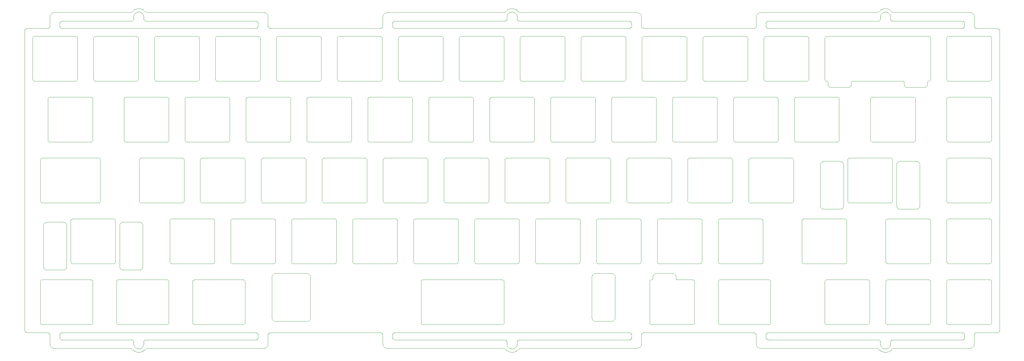
<source format=gm1>
G04*
G04 #@! TF.GenerationSoftware,Altium Limited,Altium Designer,21.6.4 (81)*
G04*
G04 Layer_Color=16711935*
%FSLAX44Y44*%
%MOMM*%
G71*
G04*
G04 #@! TF.SameCoordinates,F6FF0BF1-65E6-4351-8202-08BA4BED4334*
G04*
G04*
G04 #@! TF.FilePolarity,Positive*
G04*
G01*
G75*
%ADD10C,0.1000*%
D10*
X1817791Y1022106D02*
Y1151106D01*
X1817654Y1152330D02*
X1817791Y1151106D01*
X1817247Y1153493D02*
X1817654Y1152330D01*
X1816591Y1154536D02*
X1817247Y1153493D01*
X1815721Y1155406D02*
X1816591Y1154536D01*
X1814678Y1156062D02*
X1815721Y1155406D01*
X1813515Y1156468D02*
X1814678Y1156062D01*
X1812291Y1156606D02*
X1813515Y1156468D01*
X1683291Y1156606D02*
X1812291D01*
X1682068Y1156468D02*
X1683291Y1156606D01*
X1680905Y1156062D02*
X1682068Y1156468D01*
X1679862Y1155406D02*
X1680905Y1156062D01*
X1678991Y1154536D02*
X1679862Y1155406D01*
X1678336Y1153493D02*
X1678991Y1154536D01*
X1677929Y1152330D02*
X1678336Y1153493D01*
X1677791Y1151106D02*
X1677929Y1152330D01*
X1677791Y1022106D02*
Y1151106D01*
Y1022106D02*
X1677929Y1020882D01*
X1678336Y1019720D01*
X1678991Y1018677D01*
X1679862Y1017806D01*
X1680905Y1017151D01*
X1682068Y1016744D01*
X1683291Y1016606D01*
X1812291D01*
X1813515Y1016744D01*
X1814678Y1017151D01*
X1815721Y1017806D01*
X1816591Y1018677D01*
X1817247Y1019720D01*
X1817654Y1020882D01*
X1817791Y1022106D01*
X1396318Y965968D02*
X1397541Y966106D01*
X1395155Y965562D02*
X1396318Y965968D01*
X1394112Y964906D02*
X1395155Y965562D01*
X1393241Y964035D02*
X1394112Y964906D01*
X1392586Y962993D02*
X1393241Y964035D01*
X1392179Y961830D02*
X1392586Y962993D01*
X1392041Y960606D02*
X1392179Y961830D01*
X1392041Y831606D02*
Y960606D01*
Y831606D02*
X1392179Y830382D01*
X1392586Y829220D01*
X1393241Y828177D01*
X1394112Y827306D01*
X1395155Y826651D01*
X1396318Y826244D01*
X1397541Y826106D01*
X1526541D01*
X1527765Y826244D01*
X1528928Y826651D01*
X1529971Y827306D01*
X1530842Y828177D01*
X1531497Y829220D01*
X1531904Y830382D01*
X1532041Y831606D01*
Y960606D01*
X1531904Y961830D02*
X1532041Y960606D01*
X1531497Y962993D02*
X1531904Y961830D01*
X1530842Y964035D02*
X1531497Y962993D01*
X1529971Y964906D02*
X1530842Y964035D01*
X1528928Y965562D02*
X1529971Y964906D01*
X1527765Y965968D02*
X1528928Y965562D01*
X1526541Y966106D02*
X1527765Y965968D01*
X1397541Y966106D02*
X1526541D01*
X844354Y450606D02*
X844492Y449382D01*
X844899Y448220D01*
X845554Y447177D01*
X846425Y446306D01*
X847468Y445651D01*
X848630Y445244D01*
X849854Y445106D01*
X978854D01*
X980078Y445244D01*
X981240Y445651D01*
X982283Y446306D01*
X983154Y447177D01*
X983809Y448220D01*
X984216Y449382D01*
X984354Y450606D01*
X984354Y579606D02*
X984354Y450606D01*
X984216Y580830D02*
X984354Y579606D01*
X983809Y581993D02*
X984216Y580830D01*
X983154Y583036D02*
X983809Y581993D01*
X982283Y583906D02*
X983154Y583036D01*
X981240Y584562D02*
X982283Y583906D01*
X980078Y584968D02*
X981240Y584562D01*
X978854Y585106D02*
X980078Y584968D01*
X849854Y585106D02*
X978854D01*
X848630Y584968D02*
X849854Y585106D01*
X847468Y584562D02*
X848630Y584968D01*
X846425Y583906D02*
X847468Y584562D01*
X845554Y583036D02*
X846425Y583906D01*
X844899Y581993D02*
X845554Y583036D01*
X844492Y580830D02*
X844899Y581993D01*
X844354Y579606D02*
X844492Y580830D01*
X844354Y579606D02*
X844354Y450606D01*
X1145541Y254606D02*
X1146765Y254744D01*
X1147928Y255151D01*
X1148971Y255806D01*
X1149842Y256677D01*
X1150497Y257720D01*
X1150904Y258882D01*
X1151041Y260106D01*
X1151041Y389106D02*
X1151041Y260106D01*
X1150903Y390330D02*
X1151041Y389106D01*
X1150497Y391493D02*
X1150903Y390330D01*
X1149842Y392536D02*
X1150497Y391493D01*
X1148971Y393406D02*
X1149842Y392536D01*
X1147928Y394062D02*
X1148971Y393406D01*
X1146765Y394468D02*
X1147928Y394062D01*
X1145541Y394606D02*
X1146765Y394468D01*
X992729Y394606D02*
X1145541D01*
X991505Y394468D02*
X992729Y394606D01*
X990343Y394062D02*
X991505Y394468D01*
X989300Y393406D02*
X990343Y394062D01*
X988429Y392536D02*
X989300Y393406D01*
X987774Y391493D02*
X988429Y392536D01*
X987367Y390330D02*
X987774Y391493D01*
X987229Y389106D02*
X987367Y390330D01*
X987229Y389106D02*
X987229Y260106D01*
X987367Y258882D01*
X987774Y257720D01*
X988429Y256677D01*
X989300Y255806D01*
X990343Y255151D01*
X991505Y254744D01*
X992729Y254606D01*
X1145541D01*
X1293779Y580830D02*
X1293916Y579606D01*
X1293372Y581993D02*
X1293779Y580830D01*
X1292717Y583036D02*
X1293372Y581993D01*
X1291846Y583906D02*
X1292717Y583036D01*
X1290803Y584562D02*
X1291846Y583906D01*
X1289640Y584968D02*
X1290803Y584562D01*
X1288416Y585106D02*
X1289640Y584968D01*
X1159417Y585106D02*
X1288416D01*
X1158193Y584968D02*
X1159417Y585106D01*
X1157030Y584562D02*
X1158193Y584968D01*
X1155987Y583906D02*
X1157030Y584562D01*
X1155116Y583036D02*
X1155987Y583906D01*
X1154461Y581993D02*
X1155116Y583036D01*
X1154054Y580830D02*
X1154461Y581993D01*
X1153916Y579606D02*
X1154054Y580830D01*
X1153916Y579606D02*
X1153916Y450606D01*
X1154054Y449382D01*
X1154461Y448220D01*
X1155116Y447177D01*
X1155987Y446306D01*
X1157030Y445651D01*
X1158193Y445244D01*
X1159417Y445106D01*
X1288416D01*
X1289640Y445244D01*
X1290803Y445651D01*
X1291846Y446306D01*
X1292717Y447177D01*
X1293372Y448220D01*
X1293779Y449382D01*
X1293916Y450606D01*
X1293916Y579606D02*
X1293916Y450606D01*
X1246153Y1152330D02*
X1246291Y1151106D01*
X1245747Y1153493D02*
X1246153Y1152330D01*
X1245091Y1154536D02*
X1245747Y1153493D01*
X1244221Y1155406D02*
X1245091Y1154536D01*
X1243178Y1156062D02*
X1244221Y1155406D01*
X1242015Y1156468D02*
X1243178Y1156062D01*
X1240791Y1156606D02*
X1242015Y1156468D01*
X1111791Y1156606D02*
X1240791D01*
X1110568Y1156468D02*
X1111791Y1156606D01*
X1109405Y1156062D02*
X1110568Y1156468D01*
X1108362Y1155406D02*
X1109405Y1156062D01*
X1107491Y1154536D02*
X1108362Y1155406D01*
X1106836Y1153493D02*
X1107491Y1154536D01*
X1106429Y1152330D02*
X1106836Y1153493D01*
X1106291Y1151106D02*
X1106429Y1152330D01*
X1106291Y1151106D02*
X1106291Y1022106D01*
X1106429Y1020882D01*
X1106836Y1019720D01*
X1107491Y1018677D01*
X1108362Y1017806D01*
X1109405Y1017151D01*
X1110568Y1016744D01*
X1111792Y1016606D01*
X1240791D01*
X1242015Y1016744D01*
X1243178Y1017151D01*
X1244221Y1017806D01*
X1245091Y1018677D01*
X1245747Y1019720D01*
X1246153Y1020882D01*
X1246291Y1022106D01*
X1246291Y1151106D02*
X1246291Y1022106D01*
X1341404Y961830D02*
X1341541Y960606D01*
X1340997Y962993D02*
X1341404Y961830D01*
X1340341Y964035D02*
X1340997Y962993D01*
X1339471Y964906D02*
X1340341Y964035D01*
X1338428Y965562D02*
X1339471Y964906D01*
X1337265Y965968D02*
X1338428Y965562D01*
X1336041Y966106D02*
X1337265Y965968D01*
X1207041Y966106D02*
X1336041D01*
X1205818Y965968D02*
X1207041Y966106D01*
X1204655Y965562D02*
X1205818Y965968D01*
X1203612Y964906D02*
X1204655Y965562D01*
X1202741Y964035D02*
X1203612Y964906D01*
X1202086Y962993D02*
X1202741Y964035D01*
X1201679Y961830D02*
X1202086Y962993D01*
X1201541Y960606D02*
X1201679Y961830D01*
X1201541Y960606D02*
X1201542Y831606D01*
X1201679Y830382D01*
X1202086Y829220D01*
X1202741Y828177D01*
X1203612Y827306D01*
X1204655Y826651D01*
X1205818Y826244D01*
X1207041Y826106D01*
X1336041D01*
X1337265Y826244D01*
X1338428Y826651D01*
X1339471Y827306D01*
X1340341Y828177D01*
X1340997Y829220D01*
X1341404Y830382D01*
X1341541Y831606D01*
X1341541Y960606D02*
X1341541Y831606D01*
X1301068Y1156468D02*
X1302291Y1156606D01*
X1299905Y1156062D02*
X1301068Y1156468D01*
X1298862Y1155406D02*
X1299905Y1156062D01*
X1297991Y1154536D02*
X1298862Y1155406D01*
X1297336Y1153493D02*
X1297991Y1154536D01*
X1296929Y1152330D02*
X1297336Y1153493D01*
X1296791Y1151106D02*
X1296929Y1152330D01*
X1296791Y1151106D02*
X1296791Y1022106D01*
X1296929Y1020882D01*
X1297336Y1019720D01*
X1297991Y1018677D01*
X1298862Y1017806D01*
X1299905Y1017151D01*
X1301068Y1016744D01*
X1302292Y1016606D01*
X1431291D01*
X1432515Y1016744D01*
X1433678Y1017151D01*
X1434721Y1017806D01*
X1435591Y1018677D01*
X1436247Y1019720D01*
X1436653Y1020882D01*
X1436791Y1022106D01*
Y1151106D01*
X1436653Y1152330D02*
X1436791Y1151106D01*
X1436247Y1153493D02*
X1436653Y1152330D01*
X1435591Y1154536D02*
X1436247Y1153493D01*
X1434721Y1155406D02*
X1435591Y1154536D01*
X1433678Y1156062D02*
X1434721Y1155406D01*
X1432515Y1156468D02*
X1433678Y1156062D01*
X1431291Y1156606D02*
X1432515Y1156468D01*
X1302291Y1156606D02*
X1431291D01*
X1443943Y775468D02*
X1445166Y775606D01*
X1442780Y775062D02*
X1443943Y775468D01*
X1441737Y774406D02*
X1442780Y775062D01*
X1440866Y773536D02*
X1441737Y774406D01*
X1440211Y772493D02*
X1440866Y773536D01*
X1439804Y771330D02*
X1440211Y772493D01*
X1439666Y770106D02*
X1439804Y771330D01*
X1439666Y641106D02*
Y770106D01*
Y641106D02*
X1439804Y639882D01*
X1440211Y638720D01*
X1440866Y637677D01*
X1441737Y636806D01*
X1442780Y636151D01*
X1443943Y635744D01*
X1445166Y635606D01*
X1574166D01*
X1575390Y635744D01*
X1576553Y636151D01*
X1577596Y636806D01*
X1578466Y637677D01*
X1579122Y638720D01*
X1579529Y639882D01*
X1579666Y641106D01*
Y770106D01*
X1579529Y771330D02*
X1579666Y770106D01*
X1579122Y772493D02*
X1579529Y771330D01*
X1578466Y773536D02*
X1579122Y772493D01*
X1577596Y774406D02*
X1578466Y773536D01*
X1576553Y775062D02*
X1577596Y774406D01*
X1575390Y775468D02*
X1576553Y775062D01*
X1574166Y775606D02*
X1575390Y775468D01*
X1445166Y775606D02*
X1574166D01*
X2239563Y199013D02*
X2239718Y197306D01*
X2239563Y199013D02*
X2239787Y200711D01*
X2240378Y202319D01*
X2241308Y203758D01*
X2242532Y204957D01*
X2243989Y205858D01*
X2245609Y206417D01*
X2247312Y206606D01*
X2590002Y206606D01*
X2591726Y206801D01*
X2593364Y207374D01*
X2594833Y208297D01*
X2596061Y209524D01*
X2596984Y210994D01*
X2597557Y212632D01*
X2597751Y214356D01*
Y221606D01*
X2597557Y223331D02*
X2597751Y221606D01*
X2596984Y224969D02*
X2597557Y223331D01*
X2596061Y226438D02*
X2596984Y224969D01*
X2594833Y227666D02*
X2596061Y226438D01*
X2593364Y228589D02*
X2594833Y227666D01*
X2591726Y229162D02*
X2593364Y228589D01*
X2590002Y229356D02*
X2591726Y229162D01*
X1858082Y229356D02*
X2590002Y229356D01*
X1856357Y229162D02*
X1858082Y229356D01*
X1854719Y228589D02*
X1856357Y229162D01*
X1853249Y227666D02*
X1854719Y228589D01*
X1852022Y226438D02*
X1853249Y227666D01*
X1851099Y224969D02*
X1852022Y226438D01*
X1850526Y223331D02*
X1851099Y224969D01*
X1850331Y221606D02*
X1850526Y223331D01*
X1850331Y214356D02*
Y221606D01*
Y214356D02*
X1850526Y212632D01*
X1851099Y210994D01*
X1852022Y209524D01*
X1853249Y208297D01*
X1854719Y207374D01*
X1856357Y206801D01*
X1858082Y206606D01*
X2200771Y206606D01*
X2202474Y206417D01*
X2204094Y205858D01*
X2205551Y204957D01*
X2206774Y203758D01*
X2207705Y202319D01*
X2208296Y200711D01*
X2208520Y199013D01*
X2208365Y197306D02*
X2208520Y199013D01*
X2208042Y193992D02*
X2208365Y197306D01*
X2208042Y193992D02*
X2208412Y190683D01*
X2209459Y187522D01*
X2211138Y184646D01*
X2213375Y182181D01*
X2216075Y180231D01*
X2219119Y178882D01*
X2222377Y178193D01*
X2225706D01*
X2228964Y178882D01*
X2232009Y180231D01*
X2234708Y182181D01*
X2236945Y184646D01*
X2238624Y187522D01*
X2239671Y190683D01*
X2240041Y193992D01*
X2239718Y197306D02*
X2240041Y193992D01*
X3406813Y199013D02*
X3406968Y197306D01*
X3406813Y199013D02*
X3407037Y200711D01*
X3407628Y202319D01*
X3408558Y203758D01*
X3409782Y204957D01*
X3411239Y205858D01*
X3412859Y206417D01*
X3414561Y206607D01*
X3630501Y206607D01*
X3632226Y206801D01*
X3633864Y207374D01*
X3635334Y208297D01*
X3636561Y209524D01*
X3637484Y210994D01*
X3638057Y212632D01*
X3638251Y214356D01*
Y221607D01*
X3638057Y223331D02*
X3638251Y221607D01*
X3637484Y224969D02*
X3638057Y223331D01*
X3636561Y226439D02*
X3637484Y224969D01*
X3635334Y227666D02*
X3636561Y226439D01*
X3633864Y228589D02*
X3635334Y227666D01*
X3632226Y229162D02*
X3633864Y228589D01*
X3630501Y229356D02*
X3632226Y229162D01*
X3025331Y229356D02*
X3630501Y229356D01*
X3023607Y229162D02*
X3025331Y229356D01*
X3021969Y228589D02*
X3023607Y229162D01*
X3020500Y227666D02*
X3021969Y228589D01*
X3019272Y226439D02*
X3020500Y227666D01*
X3018349Y224969D02*
X3019272Y226439D01*
X3017776Y223331D02*
X3018349Y224969D01*
X3017581Y221606D02*
X3017776Y223331D01*
X3017581Y214356D02*
Y221606D01*
Y214356D02*
X3017776Y212632D01*
X3018349Y210994D01*
X3019272Y209524D01*
X3020500Y208297D01*
X3021969Y207374D01*
X3023607Y206801D01*
X3025331Y206607D01*
X3368021Y206607D01*
X3369724Y206417D01*
X3371344Y205858D01*
X3372801Y204957D01*
X3374024Y203758D01*
X3374955Y202319D01*
X3375546Y200711D01*
X3375770Y199013D01*
X3375615Y197306D02*
X3375770Y199013D01*
X3375292Y193992D02*
X3375615Y197306D01*
X3375292Y193992D02*
X3375662Y190683D01*
X3376709Y187522D01*
X3378387Y184647D01*
X3380625Y182181D01*
X3383324Y180231D01*
X3386369Y178883D01*
X3389626Y178193D01*
X3392956D01*
X3396214Y178883D01*
X3399259Y180231D01*
X3401958Y182181D01*
X3404195Y184647D01*
X3405874Y187522D01*
X3406921Y190683D01*
X3407291Y193992D01*
X3406968Y197306D02*
X3407291Y193992D01*
X2208365Y1213906D02*
X2208520Y1212200D01*
X2208296Y1210501D02*
X2208520Y1212200D01*
X2207705Y1208894D02*
X2208296Y1210501D01*
X2206774Y1207455D02*
X2207705Y1208894D01*
X2205551Y1206256D02*
X2206774Y1207455D01*
X2204094Y1205355D02*
X2205551Y1206256D01*
X2202474Y1204796D02*
X2204094Y1205355D01*
X2200771Y1204606D02*
X2202474Y1204796D01*
X1858081Y1204606D02*
X2200771D01*
X1856357Y1204412D02*
X1858081Y1204606D01*
X1854719Y1203839D02*
X1856357Y1204412D01*
X1853249Y1202916D02*
X1854719Y1203839D01*
X1852022Y1201688D02*
X1853249Y1202916D01*
X1851099Y1200219D02*
X1852022Y1201688D01*
X1850526Y1198581D02*
X1851099Y1200219D01*
X1850331Y1196856D02*
X1850526Y1198581D01*
X1850331Y1189606D02*
Y1196856D01*
Y1189606D02*
X1850526Y1187882D01*
X1851099Y1186244D01*
X1852022Y1184774D01*
X1853249Y1183547D01*
X1854719Y1182624D01*
X1856357Y1182051D01*
X1858081Y1181856D01*
X2590002Y1181856D01*
X2591726Y1182051D01*
X2593364Y1182624D01*
X2594833Y1183547D01*
X2596060Y1184774D01*
X2596984Y1186244D01*
X2597557Y1187882D01*
X2597751Y1189606D01*
Y1196856D01*
X2597557Y1198581D02*
X2597751Y1196856D01*
X2596984Y1200219D02*
X2597557Y1198581D01*
X2596060Y1201688D02*
X2596984Y1200219D01*
X2594833Y1202916D02*
X2596060Y1201688D01*
X2593364Y1203839D02*
X2594833Y1202916D01*
X2591726Y1204412D02*
X2593364Y1203839D01*
X2590002Y1204606D02*
X2591726Y1204412D01*
X2247312Y1204606D02*
X2590002D01*
X2245609Y1204796D02*
X2247312Y1204606D01*
X2243989Y1205355D02*
X2245609Y1204796D01*
X2242532Y1206256D02*
X2243989Y1205355D01*
X2241308Y1207455D02*
X2242532Y1206256D01*
X2240378Y1208894D02*
X2241308Y1207455D01*
X2239787Y1210501D02*
X2240378Y1208894D01*
X2239563Y1212200D02*
X2239787Y1210501D01*
X2239563Y1212200D02*
X2239718Y1213906D01*
X2240041Y1217221D01*
X2239671Y1220530D02*
X2240041Y1217221D01*
X2238624Y1223690D02*
X2239671Y1220530D01*
X2236945Y1226566D02*
X2238624Y1223690D01*
X2234708Y1229032D02*
X2236945Y1226566D01*
X2232008Y1230982D02*
X2234708Y1229032D01*
X2228964Y1232330D02*
X2232008Y1230982D01*
X2225706Y1233019D02*
X2228964Y1232330D01*
X2222377Y1233019D02*
X2225706Y1233019D01*
X2219119Y1232330D02*
X2222377Y1233019D01*
X2216074Y1230982D02*
X2219119Y1232330D01*
X2213375Y1229032D02*
X2216074Y1230982D01*
X2211138Y1226566D02*
X2213375Y1229032D01*
X2209459Y1223690D02*
X2211138Y1226566D01*
X2208412Y1220529D02*
X2209459Y1223690D01*
X2208042Y1217220D02*
X2208412Y1220529D01*
X2208042Y1217220D02*
X2208365Y1213906D01*
X3002916Y445106D02*
X3004140Y445244D01*
X3005303Y445651D01*
X3006346Y446306D01*
X3007216Y447177D01*
X3007872Y448220D01*
X3008279Y449383D01*
X3008416Y450606D01*
Y579606D01*
X3008279Y580830D02*
X3008416Y579606D01*
X3007872Y581993D02*
X3008279Y580830D01*
X3007216Y583036D02*
X3007872Y581993D01*
X3006346Y583907D02*
X3007216Y583036D01*
X3005303Y584562D02*
X3006346Y583907D01*
X3004140Y584969D02*
X3005303Y584562D01*
X3002916Y585106D02*
X3004140Y584969D01*
X2873917Y585106D02*
X3002916D01*
X2872693Y584969D02*
X2873917Y585106D01*
X2871530Y584562D02*
X2872693Y584969D01*
X2870487Y583907D02*
X2871530Y584562D01*
X2869616Y583036D02*
X2870487Y583907D01*
X2868961Y581993D02*
X2869616Y583036D01*
X2868554Y580830D02*
X2868961Y581993D01*
X2868416Y579606D02*
X2868554Y580830D01*
X2868416Y450606D02*
Y579606D01*
Y450606D02*
X2868554Y449383D01*
X2868961Y448220D01*
X2869616Y447177D01*
X2870487Y446306D01*
X2871530Y445651D01*
X2872693Y445244D01*
X2873917Y445106D01*
X3002916D01*
X3050541Y826106D02*
X3051765Y826244D01*
X3052928Y826651D01*
X3053971Y827306D01*
X3054842Y828177D01*
X3055497Y829220D01*
X3055903Y830383D01*
X3056041Y831607D01*
Y960607D01*
X3055903Y961830D02*
X3056041Y960607D01*
X3055497Y962993D02*
X3055903Y961830D01*
X3054842Y964036D02*
X3055497Y962993D01*
X3053971Y964906D02*
X3054842Y964036D01*
X3052928Y965562D02*
X3053971Y964906D01*
X3051765Y965968D02*
X3052928Y965562D01*
X3050541Y966106D02*
X3051765Y965968D01*
X2921541Y966106D02*
X3050541D01*
X2920318Y965968D02*
X2921541Y966106D01*
X2919155Y965562D02*
X2920318Y965968D01*
X2918112Y964906D02*
X2919155Y965562D01*
X2917242Y964036D02*
X2918112Y964906D01*
X2916586Y962993D02*
X2917242Y964036D01*
X2916179Y961830D02*
X2916586Y962993D01*
X2916042Y960607D02*
X2916179Y961830D01*
X2916042Y831607D02*
Y960607D01*
Y831607D02*
X2916179Y830383D01*
X2916586Y829220D01*
X2917242Y828177D01*
X2918112Y827306D01*
X2919155Y826651D01*
X2920318Y826244D01*
X2921541Y826106D01*
X3050541D01*
X3015568Y1156469D02*
X3016791Y1156607D01*
X3014405Y1156062D02*
X3015568Y1156469D01*
X3013362Y1155406D02*
X3014405Y1156062D01*
X3012491Y1154536D02*
X3013362Y1155406D01*
X3011836Y1153493D02*
X3012491Y1154536D01*
X3011429Y1152330D02*
X3011836Y1153493D01*
X3011292Y1151106D02*
X3011429Y1152330D01*
X3011292Y1022106D02*
Y1151106D01*
Y1022106D02*
X3011429Y1020883D01*
X3011836Y1019720D01*
X3012491Y1018677D01*
X3013362Y1017806D01*
X3014405Y1017151D01*
X3015568Y1016744D01*
X3016791Y1016607D01*
X3145791D01*
X3147015Y1016744D01*
X3148178Y1017151D01*
X3149221Y1017806D01*
X3150092Y1018677D01*
X3150747Y1019720D01*
X3151153Y1020883D01*
X3151292Y1022106D01*
Y1151106D01*
X3151153Y1152330D02*
X3151292Y1151106D01*
X3150747Y1153493D02*
X3151153Y1152330D01*
X3150092Y1154536D02*
X3150747Y1153493D01*
X3149221Y1155406D02*
X3150092Y1154536D01*
X3148178Y1156062D02*
X3149221Y1155406D01*
X3147015Y1156469D02*
X3148178Y1156062D01*
X3145791Y1156607D02*
X3147015Y1156469D01*
X3016791Y1156607D02*
X3145791D01*
X3436541Y615606D02*
X3488041D01*
X3490378Y615870D01*
X3492597Y616646D01*
X3494588Y617897D01*
X3496251Y619560D01*
X3497502Y621551D01*
X3498278Y623770D01*
X3498542Y626106D01*
X3498541Y755107D02*
X3498542Y626106D01*
X3498278Y757443D02*
X3498541Y755107D01*
X3497502Y759662D02*
X3498278Y757443D01*
X3496251Y761653D02*
X3497502Y759662D01*
X3494588Y763316D02*
X3496251Y761653D01*
X3492597Y764567D02*
X3494588Y763316D01*
X3490378Y765343D02*
X3492597Y764567D01*
X3488041Y765607D02*
X3490378Y765343D01*
X3436541Y765607D02*
X3488041D01*
X3434205Y765343D02*
X3436541Y765607D01*
X3431985Y764567D02*
X3434205Y765343D01*
X3429995Y763316D02*
X3431985Y764567D01*
X3428332Y761653D02*
X3429995Y763316D01*
X3427081Y759662D02*
X3428332Y761653D01*
X3426305Y757443D02*
X3427081Y759662D01*
X3426041Y755107D02*
X3426305Y757443D01*
X3426041Y755107D02*
X3426042Y626106D01*
X3426305Y623770D01*
X3427081Y621551D01*
X3428332Y619560D01*
X3429995Y617897D01*
X3431986Y616646D01*
X3434205Y615870D01*
X3436541Y615606D01*
X3198416Y765606D02*
X3249916D01*
X3196080Y765343D02*
X3198416Y765606D01*
X3193860Y764567D02*
X3196080Y765343D01*
X3191870Y763316D02*
X3193860Y764567D01*
X3190207Y761653D02*
X3191870Y763316D01*
X3188956Y759662D02*
X3190207Y761653D01*
X3188180Y757443D02*
X3188956Y759662D01*
X3187916Y755106D02*
X3188180Y757443D01*
X3187916Y755106D02*
X3187917Y626106D01*
X3188180Y623770D01*
X3188956Y621551D01*
X3190207Y619560D01*
X3191870Y617897D01*
X3193861Y616646D01*
X3196080Y615870D01*
X3198416Y615606D01*
X3249916D01*
X3252253Y615870D01*
X3254472Y616646D01*
X3256463Y617897D01*
X3258126Y619560D01*
X3259377Y621551D01*
X3260153Y623770D01*
X3260417Y626106D01*
X3260416Y755106D02*
X3260417Y626106D01*
X3260153Y757443D02*
X3260416Y755106D01*
X3259377Y759662D02*
X3260153Y757443D01*
X3258126Y761653D02*
X3259377Y759662D01*
X3256463Y763316D02*
X3258126Y761653D01*
X3254472Y764567D02*
X3256463Y763316D01*
X3252253Y765343D02*
X3254472Y764567D01*
X3249916Y765606D02*
X3252253Y765343D01*
X3484529Y961830D02*
X3484666Y960607D01*
X3484122Y962993D02*
X3484529Y961830D01*
X3483466Y964036D02*
X3484122Y962993D01*
X3482596Y964907D02*
X3483466Y964036D01*
X3481553Y965562D02*
X3482596Y964907D01*
X3480390Y965969D02*
X3481553Y965562D01*
X3479166Y966106D02*
X3480390Y965969D01*
X3350167Y966106D02*
X3479166D01*
X3348943Y965969D02*
X3350167Y966106D01*
X3347780Y965562D02*
X3348943Y965969D01*
X3346737Y964906D02*
X3347780Y965562D01*
X3345866Y964036D02*
X3346737Y964906D01*
X3345211Y962993D02*
X3345866Y964036D01*
X3344804Y961830D02*
X3345211Y962993D01*
X3344666Y960607D02*
X3344804Y961830D01*
X3344666Y831607D02*
Y960607D01*
Y831607D02*
X3344804Y830383D01*
X3345211Y829220D01*
X3345866Y828177D01*
X3346737Y827306D01*
X3347780Y826651D01*
X3348943Y826244D01*
X3350167Y826106D01*
X3479166D01*
X3480390Y826244D01*
X3481553Y826651D01*
X3482596Y827306D01*
X3483466Y828177D01*
X3484122Y829220D01*
X3484529Y830383D01*
X3484666Y831607D01*
Y960607D01*
X3341654Y390330D02*
X3341791Y389106D01*
X3341247Y391493D02*
X3341654Y390330D01*
X3340591Y392536D02*
X3341247Y391493D01*
X3339720Y393406D02*
X3340591Y392536D01*
X3338678Y394062D02*
X3339720Y393406D01*
X3337515Y394469D02*
X3338678Y394062D01*
X3336292Y394607D02*
X3337515Y394469D01*
X3207292Y394607D02*
X3336292D01*
X3206068Y394469D02*
X3207292Y394607D01*
X3204905Y394062D02*
X3206068Y394469D01*
X3203862Y393406D02*
X3204905Y394062D01*
X3202991Y392536D02*
X3203862Y393406D01*
X3202336Y391493D02*
X3202991Y392536D01*
X3201929Y390330D02*
X3202336Y391493D01*
X3201791Y389106D02*
X3201929Y390330D01*
X3201791Y260106D02*
Y389106D01*
Y260106D02*
X3201929Y258883D01*
X3202336Y257720D01*
X3202991Y256677D01*
X3203862Y255806D01*
X3204905Y255151D01*
X3206068Y254744D01*
X3207292Y254606D01*
X3336292Y254606D01*
X3337515Y254744D01*
X3338678Y255151D01*
X3339720Y255806D01*
X3340591Y256677D01*
X3341247Y257720D01*
X3341654Y258883D01*
X3341791Y260107D01*
Y389106D01*
X3532154Y390330D02*
X3532291Y389106D01*
X3531747Y391493D02*
X3532154Y390330D01*
X3531092Y392536D02*
X3531747Y391493D01*
X3530221Y393406D02*
X3531092Y392536D01*
X3529178Y394062D02*
X3530221Y393406D01*
X3528015Y394469D02*
X3529178Y394062D01*
X3526791Y394607D02*
X3528015Y394469D01*
X3397791Y394607D02*
X3526791D01*
X3396568Y394469D02*
X3397791Y394607D01*
X3395405Y394062D02*
X3396568Y394469D01*
X3394362Y393406D02*
X3395405Y394062D01*
X3393492Y392536D02*
X3394362Y393406D01*
X3392836Y391493D02*
X3393492Y392536D01*
X3392430Y390330D02*
X3392836Y391493D01*
X3392292Y389106D02*
X3392430Y390330D01*
X3392292Y260107D02*
Y389106D01*
Y260107D02*
X3392430Y258883D01*
X3392836Y257720D01*
X3393492Y256677D01*
X3394362Y255806D01*
X3395405Y255151D01*
X3396568Y254744D01*
X3397791Y254606D01*
X3526791D01*
X3528015Y254744D01*
X3529178Y255151D01*
X3530221Y255806D01*
X3531092Y256677D01*
X3531747Y257720D01*
X3532154Y258883D01*
X3532291Y260107D01*
Y389106D01*
X3587068Y584969D02*
X3588292Y585107D01*
X3585905Y584562D02*
X3587068Y584969D01*
X3584862Y583907D02*
X3585905Y584562D01*
X3583991Y583036D02*
X3584862Y583907D01*
X3583336Y581993D02*
X3583991Y583036D01*
X3582929Y580830D02*
X3583336Y581993D01*
X3582791Y579607D02*
X3582929Y580830D01*
X3582791Y450606D02*
Y579607D01*
Y450606D02*
X3582929Y449383D01*
X3583336Y448220D01*
X3583991Y447177D01*
X3584862Y446306D01*
X3585905Y445651D01*
X3587068Y445244D01*
X3588292Y445107D01*
X3717291Y445107D01*
X3718515Y445244D01*
X3719678Y445651D01*
X3720721Y446306D01*
X3721591Y447177D01*
X3722247Y448220D01*
X3722654Y449383D01*
X3722791Y450606D01*
Y579607D01*
X3722654Y580830D02*
X3722791Y579607D01*
X3722247Y581993D02*
X3722654Y580830D01*
X3721591Y583036D02*
X3722247Y581993D01*
X3720721Y583907D02*
X3721591Y583036D01*
X3719678Y584562D02*
X3720721Y583907D01*
X3718515Y584969D02*
X3719678Y584562D01*
X3717291Y585107D02*
X3718515Y584969D01*
X3588292Y585107D02*
X3717291Y585107D01*
X3587068Y965969D02*
X3588292Y966106D01*
X3585905Y965562D02*
X3587068Y965969D01*
X3584862Y964907D02*
X3585905Y965562D01*
X3583991Y964036D02*
X3584862Y964907D01*
X3583336Y962993D02*
X3583991Y964036D01*
X3582929Y961830D02*
X3583336Y962993D01*
X3582791Y960607D02*
X3582929Y961830D01*
X3582791Y831607D02*
Y960607D01*
Y831607D02*
X3582929Y830383D01*
X3583336Y829220D01*
X3583991Y828177D01*
X3584862Y827306D01*
X3585905Y826651D01*
X3587068Y826244D01*
X3588292Y826106D01*
X3717291D01*
X3718515Y826244D01*
X3719678Y826651D01*
X3720721Y827306D01*
X3721591Y828177D01*
X3722247Y829220D01*
X3722654Y830383D01*
X3722791Y831607D01*
Y960607D01*
X3722654Y961830D02*
X3722791Y960607D01*
X3722247Y962993D02*
X3722654Y961830D01*
X3721591Y964036D02*
X3722247Y962993D01*
X3720721Y964907D02*
X3721591Y964036D01*
X3719678Y965562D02*
X3720721Y964907D01*
X3718515Y965969D02*
X3719678Y965562D01*
X3717291Y966106D02*
X3718515Y965969D01*
X3588292Y966106D02*
X3717291D01*
X821041Y425106D02*
X823378Y425369D01*
X825597Y426146D01*
X827588Y427397D01*
X829251Y429060D01*
X830502Y431050D01*
X831278Y433270D01*
X831541Y435606D01*
X831541Y564606D02*
X831541Y435606D01*
X831278Y566943D02*
X831541Y564606D01*
X830502Y569162D02*
X831278Y566943D01*
X829251Y571153D02*
X830502Y569162D01*
X827588Y572816D02*
X829251Y571153D01*
X825597Y574066D02*
X827588Y572816D01*
X823378Y574843D02*
X825597Y574066D01*
X821041Y575106D02*
X823378Y574843D01*
X769541Y575106D02*
X821041D01*
X767205Y574843D02*
X769541Y575106D01*
X764986Y574066D02*
X767205Y574843D01*
X762995Y572816D02*
X764986Y574066D01*
X761332Y571153D02*
X762995Y572816D01*
X760081Y569162D02*
X761332Y571153D01*
X759305Y566943D02*
X760081Y569162D01*
X759042Y564606D02*
X759305Y566943D01*
X759042Y564606D02*
X759042Y435606D01*
X759305Y433270D01*
X760081Y431050D01*
X761332Y429060D01*
X762995Y427397D01*
X764986Y426146D01*
X767205Y425369D01*
X769541Y425106D01*
X821041D01*
X778417Y826106D02*
X907416D01*
X908640Y826244D01*
X909803Y826651D01*
X910846Y827306D01*
X911717Y828177D01*
X912372Y829220D01*
X912778Y830382D01*
X912916Y831606D01*
X912916Y960606D02*
X912916Y831606D01*
X912778Y961830D02*
X912916Y960606D01*
X912372Y962993D02*
X912778Y961830D01*
X911717Y964035D02*
X912372Y962993D01*
X910845Y964906D02*
X911717Y964035D01*
X909803Y965562D02*
X910845Y964906D01*
X908640Y965968D02*
X909803Y965562D01*
X907416Y966106D02*
X908640Y965968D01*
X778417Y966106D02*
X907416D01*
X777193Y965968D02*
X778417Y966106D01*
X776030Y965562D02*
X777193Y965968D01*
X774987Y964906D02*
X776030Y965562D01*
X774116Y964035D02*
X774987Y964906D01*
X773461Y962993D02*
X774116Y964035D01*
X773054Y961830D02*
X773461Y962993D01*
X772916Y960606D02*
X773054Y961830D01*
X772916Y960606D02*
X772916Y831606D01*
X773054Y830382D01*
X773461Y829220D01*
X774116Y828177D01*
X774987Y827306D01*
X776030Y826651D01*
X777193Y826244D01*
X778417Y826106D01*
X1859917Y445106D02*
X1861140Y445244D01*
X1862303Y445651D01*
X1863346Y446306D01*
X1864216Y447177D01*
X1864872Y448220D01*
X1865278Y449382D01*
X1865417Y450606D01*
Y579606D01*
X1865278Y580830D02*
X1865417Y579606D01*
X1864872Y581993D02*
X1865278Y580830D01*
X1864216Y583036D02*
X1864872Y581993D01*
X1863346Y583906D02*
X1864216Y583036D01*
X1862303Y584562D02*
X1863346Y583906D01*
X1861140Y584968D02*
X1862303Y584562D01*
X1859917Y585106D02*
X1861140Y584968D01*
X1730916Y585106D02*
X1859917D01*
X1729693Y584968D02*
X1730916Y585106D01*
X1728530Y584562D02*
X1729693Y584968D01*
X1727487Y583906D02*
X1728530Y584562D01*
X1726616Y583036D02*
X1727487Y583906D01*
X1725961Y581993D02*
X1726616Y583036D01*
X1725554Y580830D02*
X1725961Y581993D01*
X1725416Y579606D02*
X1725554Y580830D01*
X1725416Y450606D02*
Y579606D01*
Y450606D02*
X1725554Y449382D01*
X1725961Y448220D01*
X1726616Y447177D01*
X1727487Y446306D01*
X1728530Y445651D01*
X1729693Y445244D01*
X1730916Y445106D01*
X1859917D01*
X1770029Y771330D02*
X1770166Y770106D01*
X1769622Y772493D02*
X1770029Y771330D01*
X1768967Y773536D02*
X1769622Y772493D01*
X1768096Y774406D02*
X1768967Y773536D01*
X1767053Y775062D02*
X1768096Y774406D01*
X1765890Y775468D02*
X1767053Y775062D01*
X1764666Y775606D02*
X1765890Y775468D01*
X1635666Y775606D02*
X1764666Y775606D01*
X1634443Y775468D02*
X1635666Y775606D01*
X1633280Y775062D02*
X1634443Y775468D01*
X1632237Y774406D02*
X1633280Y775062D01*
X1631366Y773536D02*
X1632237Y774406D01*
X1630711Y772493D02*
X1631366Y773536D01*
X1630304Y771330D02*
X1630711Y772493D01*
X1630166Y770106D02*
X1630304Y771330D01*
X1630166Y641106D02*
Y770106D01*
Y641106D02*
X1630304Y639882D01*
X1630711Y638720D01*
X1631366Y637677D01*
X1632237Y636806D01*
X1633280Y636151D01*
X1634443Y635744D01*
X1635666Y635606D01*
X1764666D01*
X1765890Y635744D01*
X1767053Y636151D01*
X1768096Y636806D01*
X1768967Y637677D01*
X1769622Y638720D01*
X1770029Y639882D01*
X1770166Y641106D01*
Y770106D01*
X1627153Y1152330D02*
X1627291Y1151106D01*
X1626747Y1153493D02*
X1627153Y1152330D01*
X1626091Y1154536D02*
X1626747Y1153493D01*
X1625221Y1155406D02*
X1626091Y1154536D01*
X1624178Y1156062D02*
X1625221Y1155406D01*
X1623015Y1156468D02*
X1624178Y1156062D01*
X1621791Y1156606D02*
X1623015Y1156468D01*
X1492791Y1156606D02*
X1621791D01*
X1491568Y1156468D02*
X1492791Y1156606D01*
X1490405Y1156062D02*
X1491568Y1156468D01*
X1489362Y1155406D02*
X1490405Y1156062D01*
X1488491Y1154536D02*
X1489362Y1155406D01*
X1487836Y1153493D02*
X1488491Y1154536D01*
X1487429Y1152330D02*
X1487836Y1153493D01*
X1487291Y1151106D02*
X1487429Y1152330D01*
X1487291Y1022106D02*
Y1151106D01*
Y1022106D02*
X1487429Y1020882D01*
X1487836Y1019720D01*
X1488491Y1018677D01*
X1489362Y1017806D01*
X1490405Y1017151D01*
X1491568Y1016744D01*
X1492791Y1016606D01*
X1621791D01*
X1623015Y1016744D01*
X1624178Y1017151D01*
X1625221Y1017806D01*
X1626091Y1018677D01*
X1626747Y1019720D01*
X1627153Y1020882D01*
X1627291Y1022106D01*
Y1151106D01*
X2630291Y1022106D02*
Y1151106D01*
Y1022106D02*
X2630429Y1020882D01*
X2630836Y1019720D01*
X2631491Y1018677D01*
X2632362Y1017806D01*
X2633405Y1017151D01*
X2634568Y1016744D01*
X2635791Y1016606D01*
X2764791D01*
X2766015Y1016744D01*
X2767178Y1017151D01*
X2768221Y1017806D01*
X2769091Y1018677D01*
X2769747Y1019720D01*
X2770154Y1020882D01*
X2770291Y1022106D01*
Y1151106D01*
X2770154Y1152330D02*
X2770291Y1151106D01*
X2769747Y1153493D02*
X2770154Y1152330D01*
X2769091Y1154536D02*
X2769747Y1153493D01*
X2768221Y1155406D02*
X2769091Y1154536D01*
X2767178Y1156062D02*
X2768221Y1155406D01*
X2766015Y1156469D02*
X2767178Y1156062D01*
X2764791Y1156606D02*
X2766015Y1156469D01*
X2635791Y1156606D02*
X2764791D01*
X2634568Y1156469D02*
X2635791Y1156606D01*
X2633405Y1156062D02*
X2634568Y1156469D01*
X2632362Y1155406D02*
X2633405Y1156062D01*
X2631491Y1154536D02*
X2632362Y1155406D01*
X2630836Y1153493D02*
X2631491Y1154536D01*
X2630429Y1152330D02*
X2630836Y1153493D01*
X2630291Y1151106D02*
X2630429Y1152330D01*
X2491693Y584968D02*
X2492917Y585106D01*
X2490530Y584562D02*
X2491693Y584968D01*
X2489487Y583906D02*
X2490530Y584562D01*
X2488616Y583036D02*
X2489487Y583906D01*
X2487961Y581993D02*
X2488616Y583036D01*
X2487554Y580830D02*
X2487961Y581993D01*
X2487417Y579606D02*
X2487554Y580830D01*
X2487417Y450606D02*
Y579606D01*
Y450606D02*
X2487554Y449383D01*
X2487961Y448220D01*
X2488616Y447177D01*
X2489487Y446306D01*
X2490530Y445651D01*
X2491693Y445244D01*
X2492917Y445106D01*
X2621917Y445106D01*
X2623140Y445244D01*
X2624303Y445651D01*
X2625346Y446306D01*
X2626216Y447177D01*
X2626872Y448220D01*
X2627278Y449383D01*
X2627416Y450606D01*
Y579606D01*
X2627278Y580830D02*
X2627416Y579606D01*
X2626872Y581993D02*
X2627278Y580830D01*
X2626216Y583036D02*
X2626872Y581993D01*
X2625346Y583907D02*
X2626216Y583036D01*
X2624303Y584562D02*
X2625346Y583907D01*
X2623140Y584968D02*
X2624303Y584562D01*
X2621917Y585106D02*
X2623140Y584968D01*
X2492917Y585106D02*
X2621917Y585106D01*
X2436779Y580830D02*
X2436917Y579606D01*
X2436372Y581993D02*
X2436779Y580830D01*
X2435717Y583036D02*
X2436372Y581993D01*
X2434846Y583906D02*
X2435717Y583036D01*
X2433803Y584562D02*
X2434846Y583906D01*
X2432640Y584968D02*
X2433803Y584562D01*
X2431416Y585106D02*
X2432640Y584968D01*
X2302417Y585106D02*
X2431416D01*
X2301193Y584968D02*
X2302417Y585106D01*
X2300030Y584562D02*
X2301193Y584968D01*
X2298987Y583906D02*
X2300030Y584562D01*
X2298116Y583036D02*
X2298987Y583906D01*
X2297461Y581993D02*
X2298116Y583036D01*
X2297054Y580830D02*
X2297461Y581993D01*
X2296917Y579606D02*
X2297054Y580830D01*
X2296917Y450606D02*
Y579606D01*
Y450606D02*
X2297054Y449383D01*
X2297461Y448220D01*
X2298116Y447177D01*
X2298987Y446306D01*
X2300030Y445651D01*
X2301193Y445244D01*
X2302417Y445106D01*
X2431416D01*
X2432640Y445244D01*
X2433803Y445651D01*
X2434846Y446306D01*
X2435717Y447177D01*
X2436372Y448220D01*
X2436779Y449383D01*
X2436917Y450606D01*
Y579606D01*
X2103403Y961830D02*
X2103541Y960606D01*
X2102997Y962993D02*
X2103403Y961830D01*
X2102341Y964036D02*
X2102997Y962993D01*
X2101471Y964906D02*
X2102341Y964036D01*
X2100428Y965562D02*
X2101471Y964906D01*
X2099265Y965968D02*
X2100428Y965562D01*
X2098041Y966106D02*
X2099265Y965968D01*
X1969041Y966106D02*
X2098041D01*
X1967818Y965968D02*
X1969041Y966106D01*
X1966655Y965562D02*
X1967818Y965968D01*
X1965612Y964906D02*
X1966655Y965562D01*
X1964741Y964036D02*
X1965612Y964906D01*
X1964086Y962993D02*
X1964741Y964036D01*
X1963679Y961830D02*
X1964086Y962993D01*
X1963541Y960606D02*
X1963679Y961830D01*
X1963541Y831606D02*
Y960606D01*
Y831606D02*
X1963679Y830383D01*
X1964086Y829220D01*
X1964741Y828177D01*
X1965612Y827306D01*
X1966655Y826651D01*
X1967818Y826244D01*
X1969041Y826106D01*
X2098041D01*
X2099265Y826244D01*
X2100428Y826651D01*
X2101471Y827306D01*
X2102341Y828177D01*
X2102997Y829220D01*
X2103403Y830383D01*
X2103541Y831606D01*
Y960606D01*
X2055779Y580830D02*
X2055916Y579606D01*
X2055372Y581993D02*
X2055779Y580830D01*
X2054716Y583036D02*
X2055372Y581993D01*
X2053846Y583906D02*
X2054716Y583036D01*
X2052803Y584562D02*
X2053846Y583906D01*
X2051640Y584968D02*
X2052803Y584562D01*
X2050417Y585106D02*
X2051640Y584968D01*
X1921416Y585106D02*
X2050417Y585106D01*
X1920193Y584968D02*
X1921416Y585106D01*
X1919030Y584562D02*
X1920193Y584968D01*
X1917987Y583906D02*
X1919030Y584562D01*
X1917116Y583036D02*
X1917987Y583906D01*
X1916461Y581993D02*
X1917116Y583036D01*
X1916054Y580830D02*
X1916461Y581993D01*
X1915916Y579606D02*
X1916054Y580830D01*
X1915916Y450606D02*
Y579606D01*
Y450606D02*
X1916054Y449382D01*
X1916461Y448220D01*
X1917116Y447177D01*
X1917987Y446306D01*
X1919030Y445651D01*
X1920193Y445244D01*
X1921416Y445106D01*
X2050417Y445106D01*
X2051640Y445244D01*
X2052803Y445651D01*
X2053846Y446306D01*
X2054716Y447177D01*
X2055372Y448220D01*
X2055779Y449383D01*
X2055916Y450606D01*
Y579606D01*
X2484404Y961830D02*
X2484541Y960606D01*
X2483997Y962993D02*
X2484404Y961830D01*
X2483342Y964036D02*
X2483997Y962993D01*
X2482471Y964906D02*
X2483342Y964036D01*
X2481428Y965562D02*
X2482471Y964906D01*
X2480265Y965968D02*
X2481428Y965562D01*
X2479041Y966106D02*
X2480265Y965968D01*
X2350041Y966106D02*
X2479041D01*
X2348817Y965968D02*
X2350041Y966106D01*
X2347655Y965562D02*
X2348817Y965968D01*
X2346612Y964906D02*
X2347655Y965562D01*
X2345741Y964036D02*
X2346612Y964906D01*
X2345086Y962993D02*
X2345741Y964036D01*
X2344679Y961830D02*
X2345086Y962993D01*
X2344541Y960606D02*
X2344679Y961830D01*
X2344541Y831606D02*
Y960606D01*
Y831606D02*
X2344679Y830383D01*
X2345086Y829220D01*
X2345741Y828177D01*
X2346612Y827306D01*
X2347655Y826651D01*
X2348817Y826244D01*
X2350041Y826106D01*
X2479041D01*
X2480265Y826244D01*
X2481428Y826651D01*
X2482471Y827306D01*
X2483342Y828177D01*
X2483997Y829220D01*
X2484404Y830383D01*
X2484541Y831606D01*
Y960606D01*
X2008154Y1152330D02*
X2008291Y1151106D01*
X2007747Y1153493D02*
X2008154Y1152330D01*
X2007092Y1154536D02*
X2007747Y1153493D01*
X2006221Y1155406D02*
X2007092Y1154536D01*
X2005178Y1156062D02*
X2006221Y1155406D01*
X2004015Y1156468D02*
X2005178Y1156062D01*
X2002791Y1156606D02*
X2004015Y1156468D01*
X1873791Y1156606D02*
X2002791D01*
X1872567Y1156468D02*
X1873791Y1156606D01*
X1871405Y1156062D02*
X1872567Y1156468D01*
X1870362Y1155406D02*
X1871405Y1156062D01*
X1869491Y1154536D02*
X1870362Y1155406D01*
X1868836Y1153493D02*
X1869491Y1154536D01*
X1868429Y1152330D02*
X1868836Y1153493D01*
X1868291Y1151106D02*
X1868429Y1152330D01*
X1868291Y1022106D02*
Y1151106D01*
Y1022106D02*
X1868429Y1020882D01*
X1868836Y1019720D01*
X1869491Y1018677D01*
X1870362Y1017806D01*
X1871405Y1017151D01*
X1872567Y1016744D01*
X1873791Y1016606D01*
X2002791D01*
X2004015Y1016744D01*
X2005178Y1017151D01*
X2006221Y1017806D01*
X2007092Y1018677D01*
X2007747Y1019720D01*
X2008154Y1020882D01*
X2008291Y1022106D01*
Y1151106D01*
X2246279Y580830D02*
X2246416Y579606D01*
X2245872Y581993D02*
X2246279Y580830D01*
X2245217Y583036D02*
X2245872Y581993D01*
X2244346Y583906D02*
X2245217Y583036D01*
X2243303Y584562D02*
X2244346Y583906D01*
X2242140Y584968D02*
X2243303Y584562D01*
X2240916Y585106D02*
X2242140Y584968D01*
X2111917Y585106D02*
X2240916D01*
X2110693Y584968D02*
X2111917Y585106D01*
X2109530Y584562D02*
X2110693Y584968D01*
X2108487Y583906D02*
X2109530Y584562D01*
X2107616Y583036D02*
X2108487Y583906D01*
X2106961Y581993D02*
X2107616Y583036D01*
X2106554Y580830D02*
X2106961Y581993D01*
X2106416Y579606D02*
X2106554Y580830D01*
X2106416Y450606D02*
Y579606D01*
Y450606D02*
X2106554Y449383D01*
X2106961Y448220D01*
X2107616Y447177D01*
X2108487Y446306D01*
X2109530Y445651D01*
X2110693Y445244D01*
X2111917Y445106D01*
X2240916D01*
X2242140Y445244D01*
X2243303Y445651D01*
X2244346Y446306D01*
X2245217Y447177D01*
X2245872Y448220D01*
X2246279Y449383D01*
X2246416Y450606D01*
Y579606D01*
X2389153Y1152330D02*
X2389291Y1151106D01*
X2388747Y1153493D02*
X2389153Y1152330D01*
X2388091Y1154536D02*
X2388747Y1153493D01*
X2387221Y1155406D02*
X2388091Y1154536D01*
X2386178Y1156062D02*
X2387221Y1155406D01*
X2385015Y1156469D02*
X2386178Y1156062D01*
X2383791Y1156606D02*
X2385015Y1156469D01*
X2254791Y1156606D02*
X2383791D01*
X2253568Y1156469D02*
X2254791Y1156606D01*
X2252405Y1156062D02*
X2253568Y1156469D01*
X2251362Y1155406D02*
X2252405Y1156062D01*
X2250491Y1154536D02*
X2251362Y1155406D01*
X2249836Y1153493D02*
X2250491Y1154536D01*
X2249429Y1152330D02*
X2249836Y1153493D01*
X2249291Y1151106D02*
X2249429Y1152330D01*
X2249291Y1022106D02*
Y1151106D01*
Y1022106D02*
X2249429Y1020882D01*
X2249836Y1019720D01*
X2250491Y1018677D01*
X2251362Y1017806D01*
X2252405Y1017151D01*
X2253568Y1016744D01*
X2254791Y1016606D01*
X2383791D01*
X2385015Y1016744D01*
X2386178Y1017151D01*
X2387221Y1017806D01*
X2388091Y1018677D01*
X2388747Y1019720D01*
X2389153Y1020882D01*
X2389291Y1022106D01*
Y1151106D01*
X1944005Y394468D02*
X1945229Y394606D01*
X1942843Y394062D02*
X1944005Y394468D01*
X1941800Y393406D02*
X1942843Y394062D01*
X1940929Y392536D02*
X1941800Y393406D01*
X1940274Y391493D02*
X1940929Y392536D01*
X1939867Y390330D02*
X1940274Y391493D01*
X1939729Y389106D02*
X1939867Y390330D01*
X1939729Y259856D02*
Y389106D01*
Y259856D02*
X1939861Y258688D01*
X1940249Y257579D01*
X1940874Y256583D01*
X1941706Y255752D01*
X1942701Y255126D01*
X1943811Y254738D01*
X1944979Y254606D01*
X2193291Y254606D01*
X2194515Y254744D01*
X2195678Y255151D01*
X2196721Y255806D01*
X2197592Y256677D01*
X2198247Y257720D01*
X2198654Y258883D01*
X2198792Y260106D01*
Y389106D01*
X2198654Y390330D02*
X2198792Y389106D01*
X2198247Y391493D02*
X2198654Y390330D01*
X2197592Y392536D02*
X2198247Y391493D01*
X2196721Y393406D02*
X2197592Y392536D01*
X2195678Y394062D02*
X2196721Y393406D01*
X2194515Y394468D02*
X2195678Y394062D01*
X2193291Y394606D02*
X2194515Y394468D01*
X1945229Y394606D02*
X2193291D01*
X2960653Y1152330D02*
X2960791Y1151106D01*
X2960247Y1153493D02*
X2960653Y1152330D01*
X2959591Y1154536D02*
X2960247Y1153493D01*
X2958721Y1155406D02*
X2959591Y1154536D01*
X2957678Y1156062D02*
X2958721Y1155406D01*
X2956515Y1156469D02*
X2957678Y1156062D01*
X2955291Y1156607D02*
X2956515Y1156469D01*
X2826292Y1156607D02*
X2955291D01*
X2825068Y1156469D02*
X2826292Y1156607D01*
X2823905Y1156062D02*
X2825068Y1156469D01*
X2822862Y1155406D02*
X2823905Y1156062D01*
X2821991Y1154536D02*
X2822862Y1155406D01*
X2821336Y1153493D02*
X2821991Y1154536D01*
X2820929Y1152330D02*
X2821336Y1153493D01*
X2820792Y1151106D02*
X2820929Y1152330D01*
X2820792Y1022106D02*
Y1151106D01*
Y1022106D02*
X2820929Y1020883D01*
X2821336Y1019720D01*
X2821991Y1018677D01*
X2822862Y1017806D01*
X2823905Y1017151D01*
X2825068Y1016744D01*
X2826292Y1016607D01*
X2955291D01*
X2956515Y1016744D01*
X2957678Y1017151D01*
X2958721Y1017806D01*
X2959591Y1018677D01*
X2960247Y1019720D01*
X2960653Y1020883D01*
X2960791Y1022106D01*
Y1151106D01*
X2865403Y961830D02*
X2865541Y960607D01*
X2864997Y962993D02*
X2865403Y961830D01*
X2864341Y964036D02*
X2864997Y962993D01*
X2863470Y964906D02*
X2864341Y964036D01*
X2862428Y965562D02*
X2863470Y964906D01*
X2861265Y965968D02*
X2862428Y965562D01*
X2860042Y966106D02*
X2861265Y965968D01*
X2731042Y966106D02*
X2860042Y966106D01*
X2729818Y965968D02*
X2731042Y966106D01*
X2728655Y965562D02*
X2729818Y965968D01*
X2727612Y964906D02*
X2728655Y965562D01*
X2726741Y964036D02*
X2727612Y964906D01*
X2726086Y962993D02*
X2726741Y964036D01*
X2725679Y961830D02*
X2726086Y962993D01*
X2725541Y960606D02*
X2725679Y961830D01*
X2725541Y831606D02*
Y960606D01*
Y831606D02*
X2725679Y830383D01*
X2726086Y829220D01*
X2726741Y828177D01*
X2727612Y827306D01*
X2728655Y826651D01*
X2729818Y826244D01*
X2731042Y826106D01*
X2860042Y826106D01*
X2861265Y826244D01*
X2862428Y826651D01*
X2863470Y827306D01*
X2864341Y828177D01*
X2864997Y829220D01*
X2865403Y830383D01*
X2865541Y831607D01*
Y960607D01*
X2736541Y397356D02*
Y404106D01*
X2736278Y406443D02*
X2736541Y404106D01*
X2735502Y408662D02*
X2736278Y406443D01*
X2734250Y410653D02*
X2735502Y408662D01*
X2732588Y412316D02*
X2734250Y410653D01*
X2730597Y413567D02*
X2732588Y412316D01*
X2728378Y414343D02*
X2730597Y413567D01*
X2726042Y414606D02*
X2728378Y414343D01*
X2674542Y414606D02*
X2726042D01*
X2672205Y414343D02*
X2674542Y414606D01*
X2669986Y413567D02*
X2672205Y414343D01*
X2667995Y412316D02*
X2669986Y413567D01*
X2666332Y410653D02*
X2667995Y412316D01*
X2665081Y408662D02*
X2666332Y410653D01*
X2664305Y406443D02*
X2665081Y408662D01*
X2664042Y404106D02*
X2664305Y406443D01*
X2664042Y397356D02*
Y404106D01*
X2663972Y396744D02*
X2664042Y397356D01*
X2663769Y396163D02*
X2663972Y396744D01*
X2663441Y395642D02*
X2663769Y396163D01*
X2663006Y395206D02*
X2663441Y395642D01*
X2662485Y394879D02*
X2663006Y395206D01*
X2661903Y394675D02*
X2662485Y394879D01*
X2661292Y394606D02*
X2661903Y394675D01*
X2659604Y394606D02*
X2661292D01*
X2658380Y394468D02*
X2659604Y394606D01*
X2657218Y394062D02*
X2658380Y394468D01*
X2656175Y393406D02*
X2657218Y394062D01*
X2655304Y392536D02*
X2656175Y393406D01*
X2654649Y391493D02*
X2655304Y392536D01*
X2654242Y390330D02*
X2654649Y391493D01*
X2654104Y389106D02*
X2654242Y390330D01*
X2654104Y260106D02*
Y389106D01*
Y260106D02*
X2654242Y258883D01*
X2654649Y257720D01*
X2655304Y256677D01*
X2656175Y255806D01*
X2657218Y255151D01*
X2658380Y254744D01*
X2659604Y254606D01*
X2788604Y254606D01*
X2789828Y254744D01*
X2790990Y255151D01*
X2792033Y255806D01*
X2792904Y256677D01*
X2793559Y257720D01*
X2793966Y258883D01*
X2794104Y260106D01*
Y389106D01*
X2793966Y390330D02*
X2794104Y389106D01*
X2793559Y391493D02*
X2793966Y390330D01*
X2792904Y392536D02*
X2793559Y391493D01*
X2792033Y393406D02*
X2792904Y392536D01*
X2790990Y394062D02*
X2792033Y393406D01*
X2789828Y394468D02*
X2790990Y394062D01*
X2788604Y394606D02*
X2789828Y394468D01*
X2739291Y394606D02*
X2788604D01*
X2738680Y394675D02*
X2739291Y394606D01*
X2738098Y394879D02*
X2738680Y394675D01*
X2737577Y395206D02*
X2738098Y394879D01*
X2737141Y395642D02*
X2737577Y395206D01*
X2736814Y396163D02*
X2737141Y395642D01*
X2736610Y396744D02*
X2736814Y396163D01*
X2736541Y397356D02*
X2736610Y396744D01*
X1072313Y199013D02*
X1072468Y197306D01*
X1072313Y199013D02*
X1072537Y200711D01*
X1073128Y202319D01*
X1074059Y203758D01*
X1075282Y204957D01*
X1076739Y205858D01*
X1078359Y206417D01*
X1080062Y206606D01*
X1422751Y206606D01*
X1424476Y206801D01*
X1426114Y207374D01*
X1427583Y208297D01*
X1428811Y209524D01*
X1429734Y210994D01*
X1430307Y212632D01*
X1430502Y214356D01*
Y221606D01*
X1430307Y223331D02*
X1430502Y221606D01*
X1429734Y224969D02*
X1430307Y223331D01*
X1428811Y226438D02*
X1429734Y224969D01*
X1427583Y227666D02*
X1428811Y226438D01*
X1426114Y228589D02*
X1427583Y227666D01*
X1424476Y229162D02*
X1426114Y228589D01*
X1422751Y229356D02*
X1424476Y229162D01*
X817581Y229356D02*
X1422751Y229356D01*
X815857Y229162D02*
X817581Y229356D01*
X814219Y228589D02*
X815857Y229162D01*
X812749Y227665D02*
X814219Y228589D01*
X811522Y226438D02*
X812749Y227665D01*
X810599Y224969D02*
X811522Y226438D01*
X810026Y223331D02*
X810599Y224969D01*
X809831Y221606D02*
X810026Y223331D01*
X809831Y214356D02*
Y221606D01*
Y214356D02*
X810026Y212632D01*
X810599Y210994D01*
X811522Y209524D01*
X812749Y208297D01*
X814219Y207374D01*
X815857Y206800D01*
X817581Y206606D01*
X1033521Y206606D01*
X1035224Y206417D01*
X1036844Y205858D01*
X1038301Y204957D01*
X1039525Y203758D01*
X1040455Y202319D01*
X1041046Y200711D01*
X1041270Y199013D01*
X1041115Y197306D02*
X1041270Y199013D01*
X1040792Y193992D02*
X1041115Y197306D01*
X1040792Y193992D02*
X1041162Y190683D01*
X1042209Y187522D01*
X1043888Y184646D01*
X1046125Y182180D01*
X1048824Y180231D01*
X1051869Y178882D01*
X1055127Y178193D01*
X1058456D01*
X1061714Y178882D01*
X1064759Y180231D01*
X1067458Y182180D01*
X1069695Y184646D01*
X1071374Y187522D01*
X1072421Y190683D01*
X1072791Y193992D01*
X1072468Y197306D02*
X1072791Y193992D01*
X1907541Y826106D02*
X1908765Y826244D01*
X1909928Y826651D01*
X1910971Y827306D01*
X1911841Y828177D01*
X1912497Y829220D01*
X1912903Y830383D01*
X1913041Y831606D01*
Y960606D01*
X1912903Y961830D02*
X1913041Y960606D01*
X1912497Y962993D02*
X1912903Y961830D01*
X1911841Y964036D02*
X1912497Y962993D01*
X1910971Y964906D02*
X1911841Y964036D01*
X1909928Y965562D02*
X1910971Y964906D01*
X1908765Y965968D02*
X1909928Y965562D01*
X1907541Y966106D02*
X1908765Y965968D01*
X1778541Y966106D02*
X1907541D01*
X1777318Y965968D02*
X1778541Y966106D01*
X1776155Y965562D02*
X1777318Y965968D01*
X1775112Y964906D02*
X1776155Y965562D01*
X1774241Y964036D02*
X1775112Y964906D01*
X1773586Y962993D02*
X1774241Y964036D01*
X1773179Y961830D02*
X1773586Y962993D01*
X1773041Y960606D02*
X1773179Y961830D01*
X1773041Y831606D02*
Y960606D01*
Y831606D02*
X1773179Y830383D01*
X1773586Y829220D01*
X1774241Y828177D01*
X1775112Y827306D01*
X1776155Y826651D01*
X1777318Y826244D01*
X1778541Y826106D01*
X1907541D01*
X1007666Y425106D02*
X1059166D01*
X1061503Y425369D01*
X1063722Y426146D01*
X1065713Y427397D01*
X1067376Y429060D01*
X1068627Y431050D01*
X1069403Y433270D01*
X1069666Y435606D01*
X1069666Y564606D02*
X1069666Y435606D01*
X1069403Y566943D02*
X1069666Y564606D01*
X1068627Y569162D02*
X1069403Y566943D01*
X1067376Y571153D02*
X1068627Y569162D01*
X1065713Y572816D02*
X1067376Y571153D01*
X1063722Y574067D02*
X1065713Y572816D01*
X1061503Y574843D02*
X1063722Y574067D01*
X1059166Y575106D02*
X1061503Y574843D01*
X1007666Y575106D02*
X1059166D01*
X1005330Y574843D02*
X1007666Y575106D01*
X1003111Y574066D02*
X1005330Y574843D01*
X1001120Y572816D02*
X1003111Y574066D01*
X999457Y571153D02*
X1001120Y572816D01*
X998206Y569162D02*
X999457Y571153D01*
X997430Y566943D02*
X998206Y569162D01*
X997167Y564606D02*
X997430Y566943D01*
X997167Y564606D02*
X997167Y435606D01*
X997430Y433270D01*
X998206Y431050D01*
X999457Y429060D01*
X1001120Y427397D01*
X1003111Y426146D01*
X1005330Y425369D01*
X1007666Y425106D01*
X1055654Y1152330D02*
X1055791Y1151106D01*
X1055247Y1153493D02*
X1055654Y1152330D01*
X1054591Y1154536D02*
X1055247Y1153493D01*
X1053720Y1155406D02*
X1054591Y1154536D01*
X1052678Y1156062D02*
X1053720Y1155406D01*
X1051515Y1156468D02*
X1052678Y1156062D01*
X1050291Y1156606D02*
X1051515Y1156468D01*
X921291Y1156606D02*
X1050291D01*
X920068Y1156468D02*
X921291Y1156606D01*
X918905Y1156062D02*
X920068Y1156468D01*
X917862Y1155406D02*
X918905Y1156062D01*
X916991Y1154536D02*
X917862Y1155406D01*
X916336Y1153493D02*
X916991Y1154536D01*
X915929Y1152330D02*
X916336Y1153493D01*
X915791Y1151106D02*
X915929Y1152330D01*
X915791Y1151106D02*
X915791Y1022106D01*
X915929Y1020882D01*
X916336Y1019720D01*
X916991Y1018677D01*
X917862Y1017806D01*
X918905Y1017151D01*
X920068Y1016744D01*
X921292Y1016606D01*
X1050291D01*
X1051515Y1016744D01*
X1052678Y1017151D01*
X1053720Y1017806D01*
X1054592Y1018677D01*
X1055247Y1019720D01*
X1055654Y1020882D01*
X1055791Y1022106D01*
X1055791Y1151106D02*
X1055791Y1022106D01*
X1229630Y394468D02*
X1230854Y394606D01*
X1228468Y394062D02*
X1229630Y394468D01*
X1227425Y393406D02*
X1228468Y394062D01*
X1226554Y392536D02*
X1227425Y393406D01*
X1225899Y391493D02*
X1226554Y392536D01*
X1225492Y390330D02*
X1225899Y391493D01*
X1225354Y389106D02*
X1225492Y390330D01*
X1225354Y389106D02*
X1225354Y260106D01*
X1225492Y258882D01*
X1225899Y257720D01*
X1226554Y256677D01*
X1227425Y255806D01*
X1228468Y255151D01*
X1229630Y254744D01*
X1230854Y254606D01*
X1383667D01*
X1384890Y254744D01*
X1386053Y255151D01*
X1387096Y255806D01*
X1387966Y256677D01*
X1388622Y257720D01*
X1389029Y258882D01*
X1389167Y260106D01*
Y389106D01*
X1389029Y390330D02*
X1389167Y389106D01*
X1388622Y391493D02*
X1389029Y390330D01*
X1387966Y392536D02*
X1388622Y391493D01*
X1387096Y393406D02*
X1387966Y392536D01*
X1386053Y394062D02*
X1387096Y393406D01*
X1384890Y394468D02*
X1386053Y394062D01*
X1383667Y394606D02*
X1384890Y394468D01*
X1230854Y394606D02*
X1383667Y394606D01*
X1389028Y771330D02*
X1389166Y770106D01*
X1388622Y772493D02*
X1389028Y771330D01*
X1387966Y773536D02*
X1388622Y772493D01*
X1387096Y774406D02*
X1387966Y773536D01*
X1386053Y775062D02*
X1387096Y774406D01*
X1384890Y775468D02*
X1386053Y775062D01*
X1383666Y775606D02*
X1384890Y775468D01*
X1254667Y775606D02*
X1383666D01*
X1253443Y775468D02*
X1254667Y775606D01*
X1252280Y775062D02*
X1253443Y775468D01*
X1251237Y774406D02*
X1252280Y775062D01*
X1250366Y773536D02*
X1251237Y774406D01*
X1249711Y772493D02*
X1250366Y773536D01*
X1249304Y771330D02*
X1249711Y772493D01*
X1249166Y770106D02*
X1249304Y771330D01*
X1249166Y641106D02*
Y770106D01*
Y641106D02*
X1249304Y639882D01*
X1249711Y638720D01*
X1250366Y637677D01*
X1251237Y636806D01*
X1252280Y636151D01*
X1253443Y635744D01*
X1254667Y635606D01*
X1383666Y635606D01*
X1384890Y635744D01*
X1386053Y636151D01*
X1387096Y636806D01*
X1387966Y637677D01*
X1388622Y638720D01*
X1389028Y639882D01*
X1389166Y641106D01*
Y770106D01*
X1198529Y771330D02*
X1198666Y770106D01*
X1198122Y772493D02*
X1198529Y771330D01*
X1197467Y773536D02*
X1198122Y772493D01*
X1196596Y774406D02*
X1197467Y773536D01*
X1195553Y775062D02*
X1196596Y774406D01*
X1194390Y775468D02*
X1195553Y775062D01*
X1193166Y775606D02*
X1194390Y775468D01*
X1064166Y775606D02*
X1193166D01*
X1062943Y775468D02*
X1064166Y775606D01*
X1061780Y775062D02*
X1062943Y775468D01*
X1060737Y774406D02*
X1061780Y775062D01*
X1059866Y773536D02*
X1060737Y774406D01*
X1059211Y772493D02*
X1059866Y773536D01*
X1058804Y771330D02*
X1059211Y772493D01*
X1058667Y770106D02*
X1058804Y771330D01*
X1058667Y641106D02*
Y770106D01*
Y641106D02*
X1058804Y639882D01*
X1059211Y638720D01*
X1059866Y637677D01*
X1060737Y636806D01*
X1061780Y636151D01*
X1062943Y635744D01*
X1064166Y635606D01*
X1193166D01*
X1194390Y635744D01*
X1195553Y636151D01*
X1196596Y636806D01*
X1197467Y637677D01*
X1198122Y638720D01*
X1198529Y639882D01*
X1198666Y641106D01*
Y770106D01*
X1150903Y961830D02*
X1151041Y960606D01*
X1150497Y962993D02*
X1150903Y961830D01*
X1149842Y964035D02*
X1150497Y962993D01*
X1148970Y964906D02*
X1149842Y964035D01*
X1147928Y965562D02*
X1148970Y964906D01*
X1146765Y965968D02*
X1147928Y965562D01*
X1145541Y966106D02*
X1146765Y965968D01*
X1016542Y966106D02*
X1145541D01*
X1015318Y965968D02*
X1016542Y966106D01*
X1014155Y965562D02*
X1015318Y965968D01*
X1013112Y964906D02*
X1014155Y965562D01*
X1012241Y964035D02*
X1013112Y964906D01*
X1011586Y962993D02*
X1012241Y964035D01*
X1011179Y961830D02*
X1011586Y962993D01*
X1011041Y960606D02*
X1011179Y961830D01*
X1011041Y960606D02*
X1011041Y831606D01*
X1011179Y830382D01*
X1011586Y829220D01*
X1012241Y828177D01*
X1013112Y827306D01*
X1014155Y826651D01*
X1015318Y826244D01*
X1016542Y826106D01*
X1145541D01*
X1146765Y826244D01*
X1147928Y826651D01*
X1148971Y827306D01*
X1149842Y828177D01*
X1150497Y829220D01*
X1150903Y830382D01*
X1151041Y831606D01*
X1151041Y960606D02*
X1151041Y831606D01*
X1348693Y584968D02*
X1349917Y585106D01*
X1347530Y584562D02*
X1348693Y584968D01*
X1346487Y583906D02*
X1347530Y584562D01*
X1345616Y583036D02*
X1346487Y583906D01*
X1344961Y581993D02*
X1345616Y583036D01*
X1344554Y580830D02*
X1344961Y581993D01*
X1344417Y579606D02*
X1344554Y580830D01*
X1344417Y579606D02*
X1344417Y450606D01*
X1344554Y449382D01*
X1344961Y448220D01*
X1345616Y447177D01*
X1346487Y446306D01*
X1347530Y445651D01*
X1348693Y445244D01*
X1349917Y445106D01*
X1478916Y445106D01*
X1480140Y445244D01*
X1481303Y445651D01*
X1482346Y446306D01*
X1483217Y447177D01*
X1483872Y448220D01*
X1484279Y449382D01*
X1484416Y450606D01*
Y579606D01*
X1484279Y580830D02*
X1484416Y579606D01*
X1483872Y581993D02*
X1484279Y580830D01*
X1483217Y583036D02*
X1483872Y581993D01*
X1482346Y583906D02*
X1483217Y583036D01*
X1481303Y584562D02*
X1482346Y583906D01*
X1480140Y584968D02*
X1481303Y584562D01*
X1478916Y585106D02*
X1480140Y584968D01*
X1349917Y585106D02*
X1478916Y585106D01*
X907416Y254606D02*
X908640Y254744D01*
X909803Y255151D01*
X910846Y255806D01*
X911717Y256677D01*
X912372Y257720D01*
X912779Y258882D01*
X912916Y260106D01*
X912916Y389106D02*
X912916Y260106D01*
X912778Y390330D02*
X912916Y389106D01*
X912372Y391493D02*
X912778Y390330D01*
X911717Y392536D02*
X912372Y391493D01*
X910846Y393406D02*
X911717Y392536D01*
X909803Y394062D02*
X910846Y393406D01*
X908640Y394468D02*
X909803Y394062D01*
X907416Y394606D02*
X908640Y394468D01*
X754604Y394606D02*
X907416Y394606D01*
X753380Y394468D02*
X754604Y394606D01*
X752218Y394062D02*
X753380Y394468D01*
X751175Y393406D02*
X752218Y394062D01*
X750304Y392535D02*
X751175Y393406D01*
X749649Y391493D02*
X750304Y392535D01*
X749242Y390330D02*
X749649Y391493D01*
X749104Y389106D02*
X749242Y390330D01*
X749104Y389106D02*
X749104Y260106D01*
X749242Y258882D01*
X749649Y257720D01*
X750304Y256677D01*
X751175Y255806D01*
X752218Y255151D01*
X753380Y254744D01*
X754604Y254606D01*
X907416D01*
X1041115Y1213906D02*
X1041270Y1212200D01*
X1041046Y1210501D02*
X1041270Y1212200D01*
X1040455Y1208893D02*
X1041046Y1210501D01*
X1039524Y1207455D02*
X1040455Y1208893D01*
X1038301Y1206256D02*
X1039524Y1207455D01*
X1036843Y1205355D02*
X1038301Y1206256D01*
X1035224Y1204796D02*
X1036843Y1205355D01*
X1033521Y1204606D02*
X1035224Y1204796D01*
X817581Y1204606D02*
X1033521D01*
X815857Y1204412D02*
X817581Y1204606D01*
X814219Y1203839D02*
X815857Y1204412D01*
X812749Y1202915D02*
X814219Y1203839D01*
X811522Y1201688D02*
X812749Y1202915D01*
X810599Y1200219D02*
X811522Y1201688D01*
X810026Y1198581D02*
X810599Y1200219D01*
X809831Y1196856D02*
X810026Y1198581D01*
X809831Y1189606D02*
Y1196856D01*
Y1189606D02*
X810026Y1187882D01*
X810599Y1186244D01*
X811522Y1184774D01*
X812749Y1183547D01*
X814219Y1182624D01*
X815857Y1182051D01*
X817581Y1181856D01*
X1422751Y1181856D01*
X1424476Y1182051D01*
X1426114Y1182624D01*
X1427583Y1183547D01*
X1428811Y1184774D01*
X1429734Y1186244D01*
X1430307Y1187882D01*
X1430501Y1189606D01*
Y1196856D01*
X1430307Y1198581D02*
X1430501Y1196856D01*
X1429734Y1200219D02*
X1430307Y1198581D01*
X1428811Y1201688D02*
X1429734Y1200219D01*
X1427583Y1202915D02*
X1428811Y1201688D01*
X1426114Y1203839D02*
X1427583Y1202915D01*
X1424476Y1204412D02*
X1426114Y1203839D01*
X1422751Y1204606D02*
X1424476Y1204412D01*
X1080061Y1204606D02*
X1422751D01*
X1078359Y1204796D02*
X1080061Y1204606D01*
X1076739Y1205355D02*
X1078359Y1204796D01*
X1075282Y1206256D02*
X1076739Y1205355D01*
X1074058Y1207455D02*
X1075282Y1206256D01*
X1073128Y1208894D02*
X1074058Y1207455D01*
X1072537Y1210501D02*
X1073128Y1208894D01*
X1072313Y1212200D02*
X1072537Y1210501D01*
X1072313Y1212200D02*
X1072468Y1213906D01*
X1072791Y1217220D01*
X1072421Y1220529D02*
X1072791Y1217220D01*
X1071374Y1223690D02*
X1072421Y1220529D01*
X1069695Y1226566D02*
X1071374Y1223690D01*
X1067458Y1229032D02*
X1069695Y1226566D01*
X1064758Y1230982D02*
X1067458Y1229032D01*
X1061714Y1232330D02*
X1064758Y1230982D01*
X1058456Y1233019D02*
X1061714Y1232330D01*
X1055126Y1233019D02*
X1058456D01*
X1051869Y1232330D02*
X1055126Y1233019D01*
X1048824Y1230982D02*
X1051869Y1232330D01*
X1046125Y1229032D02*
X1048824Y1230982D01*
X1043887Y1226566D02*
X1046125Y1229032D01*
X1042209Y1223690D02*
X1043887Y1226566D01*
X1041162Y1220529D02*
X1042209Y1223690D01*
X1040792Y1217220D02*
X1041162Y1220529D01*
X1040792Y1217220D02*
X1041115Y1213906D01*
X3375615Y1213906D02*
X3375770Y1212200D01*
X3375546Y1210502D02*
X3375770Y1212200D01*
X3374955Y1208894D02*
X3375546Y1210502D01*
X3374024Y1207455D02*
X3374955Y1208894D01*
X3372801Y1206256D02*
X3374024Y1207455D01*
X3371344Y1205355D02*
X3372801Y1206256D01*
X3369724Y1204796D02*
X3371344Y1205355D01*
X3368021Y1204606D02*
X3369724Y1204796D01*
X3025331Y1204606D02*
X3368021D01*
X3023607Y1204412D02*
X3025331Y1204606D01*
X3021969Y1203839D02*
X3023607Y1204412D01*
X3020499Y1202916D02*
X3021969Y1203839D01*
X3019272Y1201688D02*
X3020499Y1202916D01*
X3018349Y1200219D02*
X3019272Y1201688D01*
X3017776Y1198581D02*
X3018349Y1200219D01*
X3017581Y1196856D02*
X3017776Y1198581D01*
X3017581Y1189606D02*
Y1196856D01*
Y1189606D02*
X3017776Y1187882D01*
X3018349Y1186244D01*
X3019272Y1184774D01*
X3020499Y1183547D01*
X3021969Y1182624D01*
X3023607Y1182051D01*
X3025331Y1181856D01*
X3630501Y1181857D01*
X3632226Y1182051D01*
X3633864Y1182624D01*
X3635334Y1183547D01*
X3636561Y1184774D01*
X3637484Y1186244D01*
X3638057Y1187882D01*
X3638251Y1189606D01*
Y1196857D01*
X3638057Y1198581D02*
X3638251Y1196857D01*
X3637484Y1200219D02*
X3638057Y1198581D01*
X3636561Y1201689D02*
X3637484Y1200219D01*
X3635334Y1202916D02*
X3636561Y1201689D01*
X3633864Y1203839D02*
X3635334Y1202916D01*
X3632226Y1204412D02*
X3633864Y1203839D01*
X3630501Y1204606D02*
X3632226Y1204412D01*
X3414561Y1204606D02*
X3630501D01*
X3412859Y1204796D02*
X3414561Y1204606D01*
X3411239Y1205355D02*
X3412859Y1204796D01*
X3409782Y1206256D02*
X3411239Y1205355D01*
X3408558Y1207455D02*
X3409782Y1206256D01*
X3407628Y1208894D02*
X3408558Y1207455D01*
X3407037Y1210502D02*
X3407628Y1208894D01*
X3406813Y1212200D02*
X3407037Y1210502D01*
X3406813Y1212200D02*
X3406968Y1213906D01*
X3407291Y1217221D01*
X3406921Y1220530D02*
X3407291Y1217221D01*
X3405874Y1223691D02*
X3406921Y1220530D01*
X3404195Y1226566D02*
X3405874Y1223691D01*
X3401958Y1229032D02*
X3404195Y1226566D01*
X3399258Y1230982D02*
X3401958Y1229032D01*
X3396214Y1232330D02*
X3399258Y1230982D01*
X3392956Y1233020D02*
X3396214Y1232330D01*
X3389626Y1233020D02*
X3392956D01*
X3386369Y1232330D02*
X3389626Y1233020D01*
X3383324Y1230982D02*
X3386369Y1232330D01*
X3380625Y1229032D02*
X3383324Y1230982D01*
X3378387Y1226566D02*
X3380625Y1229032D01*
X3376709Y1223690D02*
X3378387Y1226566D01*
X3375662Y1220530D02*
X3376709Y1223690D01*
X3375292Y1217221D02*
X3375662Y1220530D01*
X3375292Y1217221D02*
X3375615Y1213906D01*
X3098167Y635606D02*
X3099390Y635744D01*
X3100553Y636151D01*
X3101595Y636806D01*
X3102466Y637677D01*
X3103122Y638720D01*
X3103529Y639883D01*
X3103666Y641106D01*
Y770107D01*
X3103528Y771330D02*
X3103666Y770107D01*
X3103122Y772493D02*
X3103528Y771330D01*
X3102466Y773536D02*
X3103122Y772493D01*
X3101595Y774407D02*
X3102466Y773536D01*
X3100553Y775062D02*
X3101595Y774407D01*
X3099390Y775469D02*
X3100553Y775062D01*
X3098167Y775607D02*
X3099390Y775469D01*
X2969167Y775607D02*
X3098167D01*
X2967943Y775469D02*
X2969167Y775607D01*
X2966780Y775062D02*
X2967943Y775469D01*
X2965737Y774407D02*
X2966780Y775062D01*
X2964866Y773536D02*
X2965737Y774407D01*
X2964211Y772493D02*
X2964866Y773536D01*
X2963804Y771330D02*
X2964211Y772493D01*
X2963666Y770106D02*
X2963804Y771330D01*
X2963666Y641106D02*
Y770106D01*
Y641106D02*
X2963804Y639883D01*
X2964211Y638720D01*
X2964866Y637677D01*
X2965737Y636806D01*
X2966780Y636151D01*
X2967943Y635744D01*
X2969167Y635606D01*
X3098167Y635606D01*
X3587068Y1156469D02*
X3588292Y1156607D01*
X3585905Y1156062D02*
X3587068Y1156469D01*
X3584862Y1155407D02*
X3585905Y1156062D01*
X3583991Y1154536D02*
X3584862Y1155407D01*
X3583336Y1153493D02*
X3583991Y1154536D01*
X3582929Y1152330D02*
X3583336Y1153493D01*
X3582791Y1151106D02*
X3582929Y1152330D01*
X3582791Y1022106D02*
Y1151106D01*
Y1022106D02*
X3582929Y1020883D01*
X3583336Y1019720D01*
X3583991Y1018677D01*
X3584862Y1017806D01*
X3585905Y1017151D01*
X3587068Y1016744D01*
X3588292Y1016607D01*
X3717291D01*
X3718515Y1016744D01*
X3719678Y1017151D01*
X3720721Y1017806D01*
X3721591Y1018677D01*
X3722247Y1019720D01*
X3722654Y1020883D01*
X3722791Y1022106D01*
Y1151106D01*
X3722654Y1152330D02*
X3722791Y1151106D01*
X3722247Y1153493D02*
X3722654Y1152330D01*
X3721591Y1154536D02*
X3722247Y1153493D01*
X3720721Y1155407D02*
X3721591Y1154536D01*
X3719678Y1156062D02*
X3720721Y1155407D01*
X3718515Y1156469D02*
X3719678Y1156062D01*
X3717291Y1156607D02*
X3718515Y1156469D01*
X3588292Y1156607D02*
X3717291D01*
X3449854Y1007106D02*
Y1013856D01*
Y1007106D02*
X3450117Y1004770D01*
X3450894Y1002551D01*
X3452144Y1000560D01*
X3453807Y998897D01*
X3455798Y997646D01*
X3458017Y996870D01*
X3460354Y996607D01*
X3511854D01*
X3514190Y996870D01*
X3516410Y997646D01*
X3518400Y998897D01*
X3520063Y1000560D01*
X3521314Y1002551D01*
X3522090Y1004770D01*
X3522354Y1007106D01*
Y1013856D01*
X3522423Y1014468D01*
X3522626Y1015050D01*
X3522954Y1015571D01*
X3523389Y1016006D01*
X3523911Y1016334D01*
X3524492Y1016538D01*
X3525104Y1016607D01*
X3526791D01*
X3528015Y1016744D01*
X3529178Y1017151D01*
X3530221Y1017806D01*
X3531092Y1018677D01*
X3531747Y1019720D01*
X3532153Y1020883D01*
X3532291Y1022106D01*
Y1151106D01*
X3532153Y1152330D02*
X3532291Y1151106D01*
X3531747Y1153493D02*
X3532153Y1152330D01*
X3531092Y1154536D02*
X3531747Y1153493D01*
X3530221Y1155407D02*
X3531092Y1154536D01*
X3529178Y1156062D02*
X3530221Y1155407D01*
X3528015Y1156469D02*
X3529178Y1156062D01*
X3526791Y1156607D02*
X3528015Y1156469D01*
X3207292Y1156607D02*
X3526791D01*
X3206068Y1156469D02*
X3207292Y1156607D01*
X3204905Y1156062D02*
X3206068Y1156469D01*
X3203862Y1155406D02*
X3204905Y1156062D01*
X3202991Y1154536D02*
X3203862Y1155406D01*
X3202336Y1153493D02*
X3202991Y1154536D01*
X3201929Y1152330D02*
X3202336Y1153493D01*
X3201791Y1151106D02*
X3201929Y1152330D01*
X3201791Y1022106D02*
Y1151106D01*
Y1022106D02*
X3201929Y1020883D01*
X3202336Y1019720D01*
X3202991Y1018677D01*
X3203862Y1017806D01*
X3204905Y1017151D01*
X3206068Y1016744D01*
X3207292Y1016607D01*
X3208979D01*
X3209591Y1016537D01*
X3210172Y1016334D01*
X3210693Y1016006D01*
X3211129Y1015571D01*
X3211457Y1015050D01*
X3211660Y1014468D01*
X3211729Y1013856D01*
Y1007106D02*
Y1013856D01*
Y1007106D02*
X3211992Y1004770D01*
X3212769Y1002551D01*
X3214019Y1000560D01*
X3215682Y998897D01*
X3217673Y997646D01*
X3219892Y996870D01*
X3222229Y996607D01*
X3273729D01*
X3276065Y996870D01*
X3278285Y997646D01*
X3280275Y998897D01*
X3281938Y1000560D01*
X3283189Y1002551D01*
X3283965Y1004770D01*
X3284229Y1007106D01*
Y1013856D01*
X3284298Y1014468D01*
X3284501Y1015050D01*
X3284829Y1015571D01*
X3285264Y1016006D01*
X3285786Y1016334D01*
X3286367Y1016537D01*
X3286979Y1016607D01*
X3447104D01*
X3447716Y1016538D01*
X3448297Y1016334D01*
X3448818Y1016006D01*
X3449254Y1015571D01*
X3449582Y1015050D01*
X3449785Y1014468D01*
X3449854Y1013856D01*
X3273229Y641106D02*
X3273367Y639883D01*
X3273773Y638720D01*
X3274429Y637677D01*
X3275300Y636806D01*
X3276343Y636151D01*
X3277505Y635744D01*
X3278729Y635606D01*
X3407729D01*
X3408953Y635744D01*
X3410115Y636151D01*
X3411158Y636806D01*
X3412029Y637677D01*
X3412684Y638720D01*
X3413091Y639883D01*
X3413229Y641106D01*
Y770107D01*
X3413091Y771330D02*
X3413229Y770107D01*
X3412684Y772493D02*
X3413091Y771330D01*
X3412029Y773536D02*
X3412684Y772493D01*
X3411158Y774407D02*
X3412029Y773536D01*
X3410115Y775062D02*
X3411158Y774407D01*
X3408953Y775469D02*
X3410115Y775062D01*
X3407729Y775607D02*
X3408953Y775469D01*
X3278729Y775607D02*
X3407729D01*
X3277505Y775469D02*
X3278729Y775607D01*
X3276342Y775062D02*
X3277505Y775469D01*
X3275300Y774407D02*
X3276342Y775062D01*
X3274429Y773536D02*
X3275300Y774407D01*
X3273773Y772493D02*
X3274429Y773536D01*
X3273367Y771330D02*
X3273773Y772493D01*
X3273229Y770107D02*
X3273367Y771330D01*
X3273229Y641106D02*
Y770107D01*
X3246404Y961830D02*
X3246541Y960607D01*
X3245997Y962993D02*
X3246404Y961830D01*
X3245341Y964036D02*
X3245997Y962993D01*
X3244471Y964906D02*
X3245341Y964036D01*
X3243428Y965562D02*
X3244471Y964906D01*
X3242265Y965969D02*
X3243428Y965562D01*
X3241041Y966106D02*
X3242265Y965969D01*
X3112042Y966106D02*
X3241041D01*
X3110818Y965969D02*
X3112042Y966106D01*
X3109655Y965562D02*
X3110818Y965969D01*
X3108612Y964906D02*
X3109655Y965562D01*
X3107741Y964036D02*
X3108612Y964906D01*
X3107086Y962993D02*
X3107741Y964036D01*
X3106679Y961830D02*
X3107086Y962993D01*
X3106541Y960607D02*
X3106679Y961830D01*
X3106541Y831607D02*
Y960607D01*
Y831607D02*
X3106679Y830383D01*
X3107086Y829220D01*
X3107741Y828177D01*
X3108612Y827306D01*
X3109655Y826651D01*
X3110818Y826244D01*
X3112042Y826106D01*
X3241041D01*
X3242265Y826244D01*
X3243428Y826651D01*
X3244471Y827306D01*
X3245341Y828177D01*
X3245997Y829220D01*
X3246404Y830383D01*
X3246541Y831607D01*
Y960607D01*
X3270216Y580830D02*
X3270354Y579607D01*
X3269809Y581993D02*
X3270216Y580830D01*
X3269154Y583036D02*
X3269809Y581993D01*
X3268283Y583907D02*
X3269154Y583036D01*
X3267240Y584562D02*
X3268283Y583907D01*
X3266078Y584969D02*
X3267240Y584562D01*
X3264854Y585107D02*
X3266078Y584969D01*
X3135854Y585107D02*
X3264854D01*
X3134630Y584969D02*
X3135854Y585107D01*
X3133468Y584562D02*
X3134630Y584969D01*
X3132425Y583907D02*
X3133468Y584562D01*
X3131554Y583036D02*
X3132425Y583907D01*
X3130899Y581993D02*
X3131554Y583036D01*
X3130492Y580830D02*
X3130899Y581993D01*
X3130354Y579607D02*
X3130492Y580830D01*
X3130354Y450606D02*
Y579607D01*
Y450606D02*
X3130492Y449383D01*
X3130899Y448220D01*
X3131554Y447177D01*
X3132425Y446306D01*
X3133468Y445651D01*
X3134630Y445244D01*
X3135854Y445107D01*
X3264854D01*
X3266078Y445244D01*
X3267240Y445651D01*
X3268283Y446306D01*
X3269154Y447177D01*
X3269809Y448220D01*
X3270216Y449383D01*
X3270354Y450606D01*
Y579607D01*
X3532154Y580830D02*
X3532291Y579607D01*
X3531747Y581993D02*
X3532154Y580830D01*
X3531092Y583036D02*
X3531747Y581993D01*
X3530221Y583907D02*
X3531092Y583036D01*
X3529178Y584562D02*
X3530221Y583907D01*
X3528015Y584969D02*
X3529178Y584562D01*
X3526791Y585107D02*
X3528015Y584969D01*
X3397791Y585107D02*
X3526791D01*
X3396568Y584969D02*
X3397791Y585107D01*
X3395405Y584562D02*
X3396568Y584969D01*
X3394362Y583907D02*
X3395405Y584562D01*
X3393492Y583036D02*
X3394362Y583907D01*
X3392836Y581993D02*
X3393492Y583036D01*
X3392430Y580830D02*
X3392836Y581993D01*
X3392292Y579607D02*
X3392430Y580830D01*
X3392292Y450606D02*
Y579607D01*
Y450606D02*
X3392430Y449383D01*
X3392836Y448220D01*
X3393492Y447177D01*
X3394362Y446306D01*
X3395405Y445651D01*
X3396568Y445244D01*
X3397791Y445107D01*
X3526791D01*
X3528015Y445244D01*
X3529178Y445651D01*
X3530221Y446306D01*
X3531092Y447177D01*
X3531747Y448220D01*
X3532154Y449383D01*
X3532291Y450606D01*
Y579607D01*
X3587068Y394469D02*
X3588292Y394607D01*
X3585905Y394062D02*
X3587068Y394469D01*
X3584862Y393406D02*
X3585905Y394062D01*
X3583991Y392536D02*
X3584862Y393406D01*
X3583336Y391493D02*
X3583991Y392536D01*
X3582929Y390330D02*
X3583336Y391493D01*
X3582791Y389106D02*
X3582929Y390330D01*
X3582791Y260107D02*
Y389106D01*
Y260107D02*
X3582929Y258883D01*
X3583336Y257720D01*
X3583991Y256677D01*
X3584862Y255806D01*
X3585905Y255151D01*
X3587068Y254744D01*
X3588292Y254606D01*
X3717291D01*
X3718515Y254744D01*
X3719678Y255151D01*
X3720721Y255806D01*
X3721591Y256677D01*
X3722247Y257720D01*
X3722654Y258883D01*
X3722791Y260107D01*
Y389106D01*
X3722654Y390330D02*
X3722791Y389106D01*
X3722247Y391493D02*
X3722654Y390330D01*
X3721591Y392536D02*
X3722247Y391493D01*
X3720721Y393407D02*
X3721591Y392536D01*
X3719678Y394062D02*
X3720721Y393407D01*
X3718515Y394469D02*
X3719678Y394062D01*
X3717291Y394607D02*
X3718515Y394469D01*
X3588292Y394607D02*
X3717291Y394607D01*
X3587068Y775469D02*
X3588292Y775607D01*
X3585905Y775062D02*
X3587068Y775469D01*
X3584862Y774407D02*
X3585905Y775062D01*
X3583991Y773536D02*
X3584862Y774407D01*
X3583336Y772493D02*
X3583991Y773536D01*
X3582929Y771330D02*
X3583336Y772493D01*
X3582791Y770107D02*
X3582929Y771330D01*
X3582791Y641106D02*
Y770107D01*
Y641106D02*
X3582929Y639883D01*
X3583336Y638720D01*
X3583991Y637677D01*
X3584862Y636806D01*
X3585905Y636151D01*
X3587068Y635744D01*
X3588292Y635606D01*
X3717291Y635606D01*
X3718515Y635744D01*
X3719678Y636151D01*
X3720721Y636806D01*
X3721591Y637677D01*
X3722247Y638720D01*
X3722654Y639883D01*
X3722791Y641106D01*
Y770107D01*
X3722654Y771330D02*
X3722791Y770107D01*
X3722247Y772493D02*
X3722654Y771330D01*
X3721591Y773536D02*
X3722247Y772493D01*
X3720721Y774407D02*
X3721591Y773536D01*
X3719678Y775062D02*
X3720721Y774407D01*
X3718515Y775469D02*
X3719678Y775062D01*
X3717291Y775607D02*
X3718515Y775469D01*
X3588292Y775607D02*
X3717291D01*
X3026729Y254606D02*
X3027953Y254744D01*
X3029115Y255151D01*
X3030158Y255806D01*
X3031029Y256677D01*
X3031684Y257720D01*
X3032091Y258883D01*
X3032229Y260106D01*
Y389106D01*
X3032091Y390330D02*
X3032229Y389106D01*
X3031684Y391493D02*
X3032091Y390330D01*
X3031029Y392536D02*
X3031684Y391493D01*
X3030158Y393406D02*
X3031029Y392536D01*
X3029115Y394062D02*
X3030158Y393406D01*
X3027953Y394469D02*
X3029115Y394062D01*
X3026729Y394606D02*
X3027953Y394469D01*
X2873917Y394606D02*
X3026729D01*
X2872693Y394469D02*
X2873917Y394606D01*
X2871530Y394062D02*
X2872693Y394469D01*
X2870487Y393406D02*
X2871530Y394062D01*
X2869616Y392536D02*
X2870487Y393406D01*
X2868961Y391493D02*
X2869616Y392536D01*
X2868554Y390330D02*
X2868961Y391493D01*
X2868416Y389106D02*
X2868554Y390330D01*
X2868416Y260106D02*
Y389106D01*
Y260106D02*
X2868554Y258883D01*
X2868961Y257720D01*
X2869616Y256677D01*
X2870487Y255806D01*
X2871530Y255151D01*
X2872693Y254744D01*
X2873917Y254606D01*
X3026729Y254606D01*
X931229Y635606D02*
X932453Y635744D01*
X933615Y636151D01*
X934658Y636806D01*
X935529Y637677D01*
X936184Y638720D01*
X936591Y639882D01*
X936729Y641106D01*
Y770106D01*
X936591Y771330D02*
X936729Y770106D01*
X936184Y772493D02*
X936591Y771330D01*
X935529Y773536D02*
X936184Y772493D01*
X934658Y774406D02*
X935529Y773536D01*
X933615Y775062D02*
X934658Y774406D01*
X932453Y775468D02*
X933615Y775062D01*
X931229Y775606D02*
X932453Y775468D01*
X754604Y775606D02*
X931229D01*
X753380Y775468D02*
X754604Y775606D01*
X752218Y775062D02*
X753380Y775468D01*
X751175Y774406D02*
X752218Y775062D01*
X750304Y773536D02*
X751175Y774406D01*
X749649Y772493D02*
X750304Y773536D01*
X749242Y771330D02*
X749649Y772493D01*
X749104Y770106D02*
X749242Y771330D01*
X749104Y641106D02*
Y770106D01*
Y641106D02*
X749242Y639882D01*
X749649Y638720D01*
X750304Y637677D01*
X751175Y636806D01*
X752218Y636151D01*
X753380Y635744D01*
X754604Y635606D01*
X931229Y635606D01*
X859791Y1016606D02*
X861015Y1016744D01*
X862178Y1017151D01*
X863221Y1017806D01*
X864091Y1018677D01*
X864747Y1019720D01*
X865154Y1020882D01*
X865291Y1022106D01*
X865291Y1151106D02*
X865291Y1022106D01*
X865154Y1152330D02*
X865291Y1151106D01*
X864747Y1153493D02*
X865154Y1152330D01*
X864091Y1154536D02*
X864747Y1153493D01*
X863221Y1155406D02*
X864091Y1154536D01*
X862178Y1156062D02*
X863221Y1155406D01*
X861015Y1156468D02*
X862178Y1156062D01*
X859791Y1156606D02*
X861015Y1156468D01*
X730791Y1156606D02*
X859791D01*
X729568Y1156468D02*
X730791Y1156606D01*
X728405Y1156062D02*
X729568Y1156468D01*
X727362Y1155406D02*
X728405Y1156062D01*
X726491Y1154536D02*
X727362Y1155406D01*
X725836Y1153493D02*
X726491Y1154536D01*
X725429Y1152330D02*
X725836Y1153493D01*
X725291Y1151106D02*
X725429Y1152330D01*
X725291Y1151106D02*
X725291Y1022106D01*
X725429Y1020882D01*
X725836Y1019720D01*
X726491Y1018677D01*
X727362Y1017806D01*
X728405Y1017151D01*
X729568Y1016744D01*
X730791Y1016606D01*
X859791D01*
X1583042Y264606D02*
X1585378Y264870D01*
X1587597Y265646D01*
X1589588Y266897D01*
X1591251Y268560D01*
X1592502Y270550D01*
X1593278Y272770D01*
X1593541Y275106D01*
Y404106D01*
X1593278Y406443D02*
X1593541Y404106D01*
X1592502Y408662D02*
X1593278Y406443D01*
X1591251Y410653D02*
X1592502Y408662D01*
X1589588Y412315D02*
X1591251Y410653D01*
X1587597Y413567D02*
X1589588Y412315D01*
X1585378Y414343D02*
X1587597Y413567D01*
X1583042Y414606D02*
X1585378Y414343D01*
X1483916Y414606D02*
X1583042D01*
X1481580Y414343D02*
X1483916Y414606D01*
X1479361Y413567D02*
X1481580Y414343D01*
X1477370Y412315D02*
X1479361Y413567D01*
X1475707Y410653D02*
X1477370Y412315D01*
X1474456Y408662D02*
X1475707Y410653D01*
X1473680Y406443D02*
X1474456Y408662D01*
X1473416Y404106D02*
X1473680Y406443D01*
X1473416Y275106D02*
Y404106D01*
Y275106D02*
X1473680Y272770D01*
X1474456Y270550D01*
X1475707Y268560D01*
X1477370Y266897D01*
X1479361Y265646D01*
X1481580Y264869D01*
X1483916Y264606D01*
X1583042Y264606D01*
X1722404Y961830D02*
X1722541Y960606D01*
X1721997Y962993D02*
X1722404Y961830D01*
X1721342Y964036D02*
X1721997Y962993D01*
X1720471Y964906D02*
X1721342Y964036D01*
X1719428Y965562D02*
X1720471Y964906D01*
X1718265Y965968D02*
X1719428Y965562D01*
X1717041Y966106D02*
X1718265Y965968D01*
X1588041Y966106D02*
X1717041Y966106D01*
X1586818Y965968D02*
X1588041Y966106D01*
X1585655Y965562D02*
X1586818Y965968D01*
X1584612Y964906D02*
X1585655Y965562D01*
X1583741Y964035D02*
X1584612Y964906D01*
X1583086Y962993D02*
X1583741Y964035D01*
X1582679Y961830D02*
X1583086Y962993D01*
X1582541Y960606D02*
X1582679Y961830D01*
X1582541Y831606D02*
Y960606D01*
Y831606D02*
X1582679Y830382D01*
X1583086Y829220D01*
X1583741Y828177D01*
X1584612Y827306D01*
X1585655Y826651D01*
X1586818Y826244D01*
X1588041Y826106D01*
X1717041Y826106D01*
X1718265Y826244D01*
X1719428Y826651D01*
X1720471Y827306D01*
X1721342Y828177D01*
X1721997Y829220D01*
X1722404Y830383D01*
X1722541Y831606D01*
Y960606D01*
X1674778Y580830D02*
X1674916Y579606D01*
X1674372Y581993D02*
X1674778Y580830D01*
X1673716Y583036D02*
X1674372Y581993D01*
X1672846Y583906D02*
X1673716Y583036D01*
X1671803Y584562D02*
X1672846Y583906D01*
X1670640Y584968D02*
X1671803Y584562D01*
X1669416Y585106D02*
X1670640Y584968D01*
X1540416Y585106D02*
X1669416D01*
X1539193Y584968D02*
X1540416Y585106D01*
X1538030Y584562D02*
X1539193Y584968D01*
X1536987Y583906D02*
X1538030Y584562D01*
X1536116Y583036D02*
X1536987Y583906D01*
X1535461Y581993D02*
X1536116Y583036D01*
X1535054Y580830D02*
X1535461Y581993D01*
X1534916Y579606D02*
X1535054Y580830D01*
X1534916Y450606D02*
Y579606D01*
Y450606D02*
X1535054Y449382D01*
X1535461Y448220D01*
X1536116Y447177D01*
X1536987Y446306D01*
X1538030Y445651D01*
X1539193Y445244D01*
X1540416Y445106D01*
X1669416D01*
X1670640Y445244D01*
X1671803Y445651D01*
X1672846Y446306D01*
X1673716Y447177D01*
X1674372Y448220D01*
X1674778Y449382D01*
X1674916Y450606D01*
Y579606D01*
X2586942Y775469D02*
X2588167Y775606D01*
X2585780Y775062D02*
X2586942Y775469D01*
X2584737Y774407D02*
X2585780Y775062D01*
X2583866Y773536D02*
X2584737Y774407D01*
X2583211Y772493D02*
X2583866Y773536D01*
X2582804Y771330D02*
X2583211Y772493D01*
X2582666Y770106D02*
X2582804Y771330D01*
X2582666Y770106D02*
X2582667Y641106D01*
X2582804Y639883D01*
X2583211Y638720D01*
X2583866Y637677D01*
X2584737Y636806D01*
X2585780Y636151D01*
X2586943Y635744D01*
X2588167Y635606D01*
X2717166D01*
X2718390Y635744D01*
X2719553Y636151D01*
X2720596Y636806D01*
X2721466Y637677D01*
X2722122Y638720D01*
X2722529Y639883D01*
X2722666Y641106D01*
Y770106D01*
X2722528Y771330D02*
X2722666Y770106D01*
X2722122Y772493D02*
X2722528Y771330D01*
X2721466Y773536D02*
X2722122Y772493D01*
X2720596Y774407D02*
X2721466Y773536D01*
X2719553Y775062D02*
X2720596Y774407D01*
X2718390Y775469D02*
X2719553Y775062D01*
X2717166Y775606D02*
X2718390Y775469D01*
X2588167Y775606D02*
X2717166D01*
X1955166Y635606D02*
X1956390Y635744D01*
X1957553Y636151D01*
X1958596Y636806D01*
X1959467Y637677D01*
X1960122Y638720D01*
X1960529Y639883D01*
X1960667Y641106D01*
X1960666Y770106D02*
X1960667Y641106D01*
X1960529Y771330D02*
X1960666Y770106D01*
X1960122Y772493D02*
X1960529Y771330D01*
X1959467Y773536D02*
X1960122Y772493D01*
X1958596Y774406D02*
X1959467Y773536D01*
X1957553Y775062D02*
X1958596Y774406D01*
X1956390Y775469D02*
X1957553Y775062D01*
X1955166Y775606D02*
X1956390Y775469D01*
X1826166Y775606D02*
X1955166D01*
X1824942Y775468D02*
X1826166Y775606D01*
X1823780Y775062D02*
X1824942Y775468D01*
X1822737Y774406D02*
X1823780Y775062D01*
X1821866Y773536D02*
X1822737Y774406D01*
X1821211Y772493D02*
X1821866Y773536D01*
X1820804Y771330D02*
X1821211Y772493D01*
X1820666Y770106D02*
X1820804Y771330D01*
X1820666Y770106D02*
X1820667Y641106D01*
X1820804Y639882D01*
X1821211Y638720D01*
X1821866Y637677D01*
X1822737Y636806D01*
X1823780Y636151D01*
X1824943Y635744D01*
X1826167Y635606D01*
X1955166Y635606D01*
X2151028Y771330D02*
X2151166Y770106D01*
X2150622Y772493D02*
X2151028Y771330D01*
X2149966Y773536D02*
X2150622Y772493D01*
X2149096Y774406D02*
X2149966Y773536D01*
X2148053Y775062D02*
X2149096Y774406D01*
X2146890Y775469D02*
X2148053Y775062D01*
X2145666Y775606D02*
X2146890Y775469D01*
X2016666Y775606D02*
X2145666D01*
X2015443Y775469D02*
X2016666Y775606D01*
X2014280Y775062D02*
X2015443Y775469D01*
X2013237Y774406D02*
X2014280Y775062D01*
X2012366Y773536D02*
X2013237Y774406D01*
X2011711Y772493D02*
X2012366Y773536D01*
X2011304Y771330D02*
X2011711Y772493D01*
X2011166Y770106D02*
X2011304Y771330D01*
X2011166Y770106D02*
X2011167Y641106D01*
X2011304Y639883D01*
X2011711Y638720D01*
X2012366Y637677D01*
X2013237Y636806D01*
X2014280Y636151D01*
X2015443Y635744D01*
X2016667Y635606D01*
X2145667D01*
X2146890Y635744D01*
X2148053Y636151D01*
X2149096Y636806D01*
X2149966Y637677D01*
X2150622Y638720D01*
X2151028Y639883D01*
X2151167Y641106D01*
X2151166Y770106D02*
X2151167Y641106D01*
X2198654Y1152330D02*
X2198791Y1151106D01*
X2198247Y1153493D02*
X2198654Y1152330D01*
X2197592Y1154536D02*
X2198247Y1153493D01*
X2196721Y1155406D02*
X2197592Y1154536D01*
X2195678Y1156062D02*
X2196721Y1155406D01*
X2194515Y1156468D02*
X2195678Y1156062D01*
X2193291Y1156606D02*
X2194515Y1156468D01*
X2064291Y1156606D02*
X2193291D01*
X2063067Y1156468D02*
X2064291Y1156606D01*
X2061905Y1156062D02*
X2063067Y1156468D01*
X2060862Y1155406D02*
X2061905Y1156062D01*
X2059991Y1154536D02*
X2060862Y1155406D01*
X2059336Y1153493D02*
X2059991Y1154536D01*
X2058929Y1152330D02*
X2059336Y1153493D01*
X2058791Y1151106D02*
X2058929Y1152330D01*
X2058791Y1022106D02*
Y1151106D01*
Y1022106D02*
X2058929Y1020882D01*
X2059336Y1019720D01*
X2059991Y1018677D01*
X2060862Y1017806D01*
X2061905Y1017151D01*
X2063067Y1016744D01*
X2064291Y1016606D01*
X2193291D01*
X2194515Y1016744D01*
X2195678Y1017151D01*
X2196721Y1017806D01*
X2197592Y1018677D01*
X2198247Y1019720D01*
X2198654Y1020882D01*
X2198791Y1022106D01*
Y1151106D01*
X2532029Y771330D02*
X2532166Y770106D01*
X2531622Y772493D02*
X2532029Y771330D01*
X2530966Y773536D02*
X2531622Y772493D01*
X2530096Y774407D02*
X2530966Y773536D01*
X2529053Y775062D02*
X2530096Y774407D01*
X2527890Y775469D02*
X2529053Y775062D01*
X2526666Y775606D02*
X2527890Y775469D01*
X2397666Y775606D02*
X2526666D01*
X2396443Y775469D02*
X2397666Y775606D01*
X2395280Y775062D02*
X2396443Y775469D01*
X2394237Y774407D02*
X2395280Y775062D01*
X2393366Y773536D02*
X2394237Y774407D01*
X2392711Y772493D02*
X2393366Y773536D01*
X2392304Y771330D02*
X2392711Y772493D01*
X2392166Y770106D02*
X2392304Y771330D01*
X2392166Y770106D02*
X2392166Y641106D01*
X2392304Y639883D01*
X2392711Y638720D01*
X2393366Y637677D01*
X2394237Y636806D01*
X2395280Y636151D01*
X2396443Y635744D01*
X2397666Y635606D01*
X2526667Y635606D01*
X2527890Y635744D01*
X2529053Y636151D01*
X2530096Y636806D01*
X2530966Y637677D01*
X2531622Y638720D01*
X2532029Y639883D01*
X2532166Y641106D01*
X2532166Y770106D02*
X2532166Y641106D01*
X2293904Y961830D02*
X2294041Y960606D01*
X2293497Y962993D02*
X2293904Y961830D01*
X2292841Y964036D02*
X2293497Y962993D01*
X2291971Y964906D02*
X2292841Y964036D01*
X2290928Y965562D02*
X2291971Y964906D01*
X2289765Y965968D02*
X2290928Y965562D01*
X2288541Y966106D02*
X2289765Y965968D01*
X2159541Y966106D02*
X2288541D01*
X2158318Y965968D02*
X2159541Y966106D01*
X2157155Y965562D02*
X2158318Y965968D01*
X2156112Y964906D02*
X2157155Y965562D01*
X2155241Y964036D02*
X2156112Y964906D01*
X2154586Y962993D02*
X2155241Y964036D01*
X2154179Y961830D02*
X2154586Y962993D01*
X2154041Y960606D02*
X2154179Y961830D01*
X2154041Y831606D02*
Y960606D01*
Y831606D02*
X2154179Y830383D01*
X2154586Y829220D01*
X2155241Y828177D01*
X2156112Y827306D01*
X2157155Y826651D01*
X2158318Y826244D01*
X2159541Y826106D01*
X2288541D01*
X2289765Y826244D01*
X2290928Y826651D01*
X2291971Y827306D01*
X2292841Y828177D01*
X2293497Y829220D01*
X2293904Y830383D01*
X2294041Y831606D01*
Y960606D01*
X2341528Y771330D02*
X2341666Y770106D01*
X2341122Y772493D02*
X2341528Y771330D01*
X2340466Y773536D02*
X2341122Y772493D01*
X2339596Y774407D02*
X2340466Y773536D01*
X2338553Y775062D02*
X2339596Y774407D01*
X2337390Y775469D02*
X2338553Y775062D01*
X2336166Y775606D02*
X2337390Y775469D01*
X2207166Y775606D02*
X2336166D01*
X2205943Y775469D02*
X2207166Y775606D01*
X2204780Y775062D02*
X2205943Y775469D01*
X2203737Y774406D02*
X2204780Y775062D01*
X2202866Y773536D02*
X2203737Y774406D01*
X2202211Y772493D02*
X2202866Y773536D01*
X2201804Y771330D02*
X2202211Y772493D01*
X2201666Y770106D02*
X2201804Y771330D01*
X2201666Y770106D02*
X2201667Y641106D01*
X2201804Y639883D01*
X2202211Y638720D01*
X2202866Y637677D01*
X2203737Y636806D01*
X2204780Y636151D01*
X2205943Y635744D01*
X2207166Y635606D01*
X2336167D01*
X2337390Y635744D01*
X2338553Y636151D01*
X2339596Y636806D01*
X2340466Y637677D01*
X2341122Y638720D01*
X2341528Y639883D01*
X2341667Y641106D01*
X2341666Y770106D02*
X2341667Y641106D01*
X2579654Y1152330D02*
X2579791Y1151106D01*
X2579247Y1153493D02*
X2579654Y1152330D01*
X2578592Y1154536D02*
X2579247Y1153493D01*
X2577721Y1155406D02*
X2578592Y1154536D01*
X2576678Y1156062D02*
X2577721Y1155406D01*
X2575515Y1156469D02*
X2576678Y1156062D01*
X2574291Y1156606D02*
X2575515Y1156469D01*
X2445291Y1156606D02*
X2574291D01*
X2444068Y1156469D02*
X2445291Y1156606D01*
X2442905Y1156062D02*
X2444068Y1156469D01*
X2441862Y1155406D02*
X2442905Y1156062D01*
X2440991Y1154536D02*
X2441862Y1155406D01*
X2440336Y1153493D02*
X2440991Y1154536D01*
X2439929Y1152330D02*
X2440336Y1153493D01*
X2439791Y1151106D02*
X2439929Y1152330D01*
X2439791Y1022106D02*
Y1151106D01*
Y1022106D02*
X2439929Y1020882D01*
X2440336Y1019720D01*
X2440991Y1018677D01*
X2441862Y1017806D01*
X2442905Y1017151D01*
X2444068Y1016744D01*
X2445291Y1016606D01*
X2574291D01*
X2575515Y1016744D01*
X2576678Y1017151D01*
X2577721Y1017806D01*
X2578592Y1018677D01*
X2579247Y1019720D01*
X2579654Y1020882D01*
X2579791Y1022106D01*
Y1151106D01*
X2484041Y264606D02*
X2535541D01*
X2537878Y264870D01*
X2540097Y265646D01*
X2542088Y266897D01*
X2543751Y268560D01*
X2545002Y270551D01*
X2545778Y272770D01*
X2546042Y275106D01*
Y404106D01*
X2545778Y406443D02*
X2546042Y404106D01*
X2545002Y408662D02*
X2545778Y406443D01*
X2543751Y410653D02*
X2545002Y408662D01*
X2542088Y412316D02*
X2543751Y410653D01*
X2540097Y413567D02*
X2542088Y412316D01*
X2537878Y414343D02*
X2540097Y413567D01*
X2535541Y414606D02*
X2537878Y414343D01*
X2484041Y414606D02*
X2535541D01*
X2481705Y414343D02*
X2484041Y414606D01*
X2479486Y413567D02*
X2481705Y414343D01*
X2477495Y412316D02*
X2479486Y413567D01*
X2475832Y410653D02*
X2477495Y412316D01*
X2474581Y408662D02*
X2475832Y410653D01*
X2473805Y406443D02*
X2474581Y408662D01*
X2473542Y404106D02*
X2473805Y406443D01*
X2473542Y275106D02*
Y404106D01*
Y275106D02*
X2473805Y272770D01*
X2474581Y270551D01*
X2475832Y268560D01*
X2477495Y266897D01*
X2479486Y265646D01*
X2481705Y264870D01*
X2484041Y264606D01*
X2539317Y965968D02*
X2540541Y966106D01*
X2538155Y965562D02*
X2539317Y965968D01*
X2537112Y964906D02*
X2538155Y965562D01*
X2536241Y964036D02*
X2537112Y964906D01*
X2535586Y962993D02*
X2536241Y964036D01*
X2535179Y961830D02*
X2535586Y962993D01*
X2535041Y960606D02*
X2535179Y961830D01*
X2535041Y831606D02*
Y960606D01*
Y831606D02*
X2535179Y830383D01*
X2535586Y829220D01*
X2536241Y828177D01*
X2537112Y827306D01*
X2538155Y826651D01*
X2539317Y826244D01*
X2540541Y826106D01*
X2669541D01*
X2670765Y826244D01*
X2671928Y826651D01*
X2672971Y827306D01*
X2673842Y828177D01*
X2674497Y829220D01*
X2674903Y830383D01*
X2675042Y831606D01*
Y960606D01*
X2674903Y961830D02*
X2675042Y960606D01*
X2674497Y962993D02*
X2674903Y961830D01*
X2673842Y964036D02*
X2674497Y962993D01*
X2672971Y964906D02*
X2673842Y964036D01*
X2671928Y965562D02*
X2672971Y964906D01*
X2670765Y965968D02*
X2671928Y965562D01*
X2669541Y966106D02*
X2670765Y965968D01*
X2540541Y966106D02*
X2669541D01*
X2913028Y771330D02*
X2913167Y770106D01*
X2912622Y772493D02*
X2913028Y771330D01*
X2911967Y773536D02*
X2912622Y772493D01*
X2911096Y774407D02*
X2911967Y773536D01*
X2910053Y775062D02*
X2911096Y774407D01*
X2908890Y775469D02*
X2910053Y775062D01*
X2907666Y775607D02*
X2908890Y775469D01*
X2778666Y775606D02*
X2907666Y775607D01*
X2777443Y775469D02*
X2778666Y775606D01*
X2776280Y775062D02*
X2777443Y775469D01*
X2775237Y774407D02*
X2776280Y775062D01*
X2774366Y773536D02*
X2775237Y774407D01*
X2773711Y772493D02*
X2774366Y773536D01*
X2773304Y771330D02*
X2773711Y772493D01*
X2773167Y770106D02*
X2773304Y771330D01*
X2773167Y641106D02*
Y770106D01*
Y641106D02*
X2773304Y639883D01*
X2773711Y638720D01*
X2774366Y637677D01*
X2775237Y636806D01*
X2776280Y636151D01*
X2777443Y635744D01*
X2778666Y635606D01*
X2907666D01*
X2908890Y635744D01*
X2910053Y636151D01*
X2911096Y636806D01*
X2911967Y637677D01*
X2912622Y638720D01*
X2913029Y639883D01*
X2913167Y641106D01*
Y770106D01*
X2817779Y580830D02*
X2817916Y579606D01*
X2817372Y581993D02*
X2817779Y580830D01*
X2816717Y583036D02*
X2817372Y581993D01*
X2815846Y583907D02*
X2816717Y583036D01*
X2814803Y584562D02*
X2815846Y583907D01*
X2813640Y584969D02*
X2814803Y584562D01*
X2812416Y585106D02*
X2813640Y584969D01*
X2683416Y585106D02*
X2812416D01*
X2682193Y584968D02*
X2683416Y585106D01*
X2681030Y584562D02*
X2682193Y584968D01*
X2679987Y583907D02*
X2681030Y584562D01*
X2679117Y583036D02*
X2679987Y583907D01*
X2678461Y581993D02*
X2679117Y583036D01*
X2678055Y580830D02*
X2678461Y581993D01*
X2677917Y579606D02*
X2678055Y580830D01*
X2677917Y450606D02*
Y579606D01*
Y450606D02*
X2678055Y449383D01*
X2678461Y448220D01*
X2679117Y447177D01*
X2679987Y446306D01*
X2681030Y445651D01*
X2682193Y445244D01*
X2683416Y445106D01*
X2812416D01*
X2813640Y445244D01*
X2814803Y445651D01*
X2815846Y446306D01*
X2816717Y447177D01*
X2817372Y448220D01*
X2817779Y449383D01*
X2817916Y450606D01*
Y579606D01*
X2250232Y179835D02*
X2252873Y180106D01*
X2247702Y179034D02*
X2250232Y179835D01*
X2245387Y177735D02*
X2247702Y179034D01*
X2243384Y175992D02*
X2245387Y177735D01*
X2239301Y172441D02*
X2243384Y175992D01*
X2234583Y169793D02*
X2239301Y172441D01*
X2229424Y168159D02*
X2234583Y169793D01*
X2224041Y167606D02*
X2229424Y168159D01*
X2218659D02*
X2224041Y167606D01*
X2213500Y169793D02*
X2218659Y168159D01*
X2208781Y172441D02*
X2213500Y169793D01*
X2204699Y175992D02*
X2208781Y172441D01*
X2202696Y177735D02*
X2204699Y175992D01*
X2200381Y179034D02*
X2202696Y177735D01*
X2197851Y179835D02*
X2200381Y179034D01*
X2195210Y180106D02*
X2197851Y179835D01*
X1832791Y180106D02*
X2195210Y180106D01*
X1829899Y180432D02*
X1832791Y180106D01*
X1827151Y181394D02*
X1829899Y180432D01*
X1824686Y182943D02*
X1827151Y181394D01*
X1822628Y185001D02*
X1824686Y182943D01*
X1821079Y187466D02*
X1822628Y185001D01*
X1820117Y190214D02*
X1821079Y187466D01*
X1819792Y193106D02*
X1820117Y190214D01*
X1819792Y193106D02*
Y221606D01*
X1819597Y223331D02*
X1819792Y221606D01*
X1819024Y224969D02*
X1819597Y223331D01*
X1818101Y226438D02*
X1819024Y224969D01*
X1816873Y227666D02*
X1818101Y226438D01*
X1815404Y228589D02*
X1816873Y227666D01*
X1813766Y229162D02*
X1815404Y228589D01*
X1812041Y229356D02*
X1813766Y229162D01*
X1468792Y229356D02*
X1812041Y229356D01*
X1467067Y229162D02*
X1468792Y229356D01*
X1465429Y228589D02*
X1467067Y229162D01*
X1463959Y227666D02*
X1465429Y228589D01*
X1462732Y226438D02*
X1463959Y227666D01*
X1461809Y224969D02*
X1462732Y226438D01*
X1461236Y223331D02*
X1461809Y224969D01*
X1461042Y221606D02*
X1461236Y223331D01*
X1461042Y193106D02*
Y221606D01*
X1460715Y190214D02*
X1461042Y193106D01*
X1459754Y187466D02*
X1460715Y190214D01*
X1458205Y185001D02*
X1459754Y187466D01*
X1456147Y182943D02*
X1458205Y185001D01*
X1453682Y181394D02*
X1456147Y182943D01*
X1450934Y180432D02*
X1453682Y181394D01*
X1448042Y180106D02*
X1450934Y180432D01*
X1085623Y180106D02*
X1448042Y180106D01*
X1082982Y179835D02*
X1085623Y180106D01*
X1080452Y179034D02*
X1082982Y179835D01*
X1078137Y177735D02*
X1080452Y179034D01*
X1076134Y175992D02*
X1078137Y177735D01*
X1072051Y172441D02*
X1076134Y175992D01*
X1067333Y169793D02*
X1072051Y172441D01*
X1062174Y168159D02*
X1067333Y169793D01*
X1056792Y167606D02*
X1062174Y168159D01*
X1051409D02*
X1056792Y167606D01*
X1046250Y169793D02*
X1051409Y168159D01*
X1041532Y172441D02*
X1046250Y169793D01*
X1037449Y175992D02*
X1041532Y172441D01*
X1035446Y177735D02*
X1037449Y175992D01*
X1033131Y179034D02*
X1035446Y177735D01*
X1030601Y179835D02*
X1033131Y179034D01*
X1027960Y180106D02*
X1030601Y179835D01*
X792291Y180106D02*
X1027960Y180106D01*
X789399Y180432D02*
X792291Y180106D01*
X786651Y181394D02*
X789399Y180432D01*
X784186Y182942D02*
X786651Y181394D01*
X782128Y185001D02*
X784186Y182942D01*
X780579Y187466D02*
X782128Y185001D01*
X779617Y190214D02*
X780579Y187466D01*
X779292Y193106D02*
X779617Y190214D01*
X779292Y193106D02*
Y221606D01*
X779097Y223331D02*
X779292Y221606D01*
X778524Y224969D02*
X779097Y223331D01*
X777601Y226438D02*
X778524Y224969D01*
X776374Y227665D02*
X777601Y226438D01*
X774904Y228589D02*
X776374Y227665D01*
X773266Y229162D02*
X774904Y228589D01*
X771542Y229356D02*
X773266Y229162D01*
X707792Y229356D02*
X771542D01*
X706067Y229550D02*
X707792Y229356D01*
X704429Y230124D02*
X706067Y229550D01*
X702959Y231047D02*
X704429Y230124D01*
X701732Y232274D02*
X702959Y231047D01*
X700809Y233744D02*
X701732Y232274D01*
X700236Y235382D02*
X700809Y233744D01*
X700042Y237106D02*
X700236Y235382D01*
X700041Y1174106D02*
X700042Y237106D01*
X700041Y1174106D02*
X700236Y1175831D01*
X700809Y1177469D01*
X701732Y1178938D01*
X702959Y1180165D01*
X704429Y1181089D01*
X706067Y1181662D01*
X707791Y1181856D01*
X771541D01*
X773266Y1182051D01*
X774904Y1182624D01*
X776374Y1183547D01*
X777601Y1184774D01*
X778524Y1186244D01*
X779097Y1187882D01*
X779291Y1189606D01*
Y1218106D01*
X779617Y1220999D01*
X780579Y1223747D01*
X782128Y1226212D01*
X784186Y1228270D01*
X786651Y1229819D01*
X789399Y1230780D01*
X792291Y1231106D01*
X1027960D01*
X1030601Y1231377D01*
X1033131Y1232179D01*
X1035446Y1233478D01*
X1037449Y1235220D01*
X1041531Y1238772D01*
X1046250Y1241420D01*
X1051409Y1243054D01*
X1056791Y1243606D01*
X1062174Y1243054D01*
X1067333Y1241420D01*
X1072051Y1238772D01*
X1076134Y1235220D01*
X1078137Y1233478D01*
X1080452Y1232179D01*
X1082982Y1231377D01*
X1085623Y1231106D01*
X1448041D01*
X1450934Y1230780D01*
X1453682Y1229819D01*
X1456147Y1228270D01*
X1458205Y1226212D01*
X1459754Y1223747D01*
X1460715Y1220999D01*
X1461041Y1218106D01*
Y1189606D02*
Y1218106D01*
Y1189606D02*
X1461236Y1187882D01*
X1461809Y1186244D01*
X1462732Y1184774D01*
X1463959Y1183547D01*
X1465429Y1182624D01*
X1467067Y1182051D01*
X1468791Y1181856D01*
X1812041D01*
X1813766Y1182051D01*
X1815404Y1182624D01*
X1816873Y1183547D01*
X1818101Y1184774D01*
X1819024Y1186244D01*
X1819597Y1187882D01*
X1819791Y1189606D01*
Y1218106D01*
X1820117Y1220999D01*
X1821079Y1223747D01*
X1822628Y1226212D01*
X1824686Y1228270D01*
X1827151Y1229819D01*
X1829899Y1230780D01*
X1832791Y1231106D01*
X2195210D01*
X2197851Y1231377D01*
X2200381Y1232179D01*
X2202696Y1233478D01*
X2204699Y1235220D01*
X2208781Y1238772D01*
X2213500Y1241420D01*
X2218659Y1243054D01*
X2224041Y1243606D01*
X2229424Y1243054D01*
X2234583Y1241420D01*
X2239301Y1238772D01*
X2243384Y1235220D01*
X2245387Y1233478D01*
X2247702Y1232179D01*
X2250232Y1231377D01*
X2252873Y1231106D01*
X2615291D01*
X2618184Y1230780D01*
X2620932Y1229819D01*
X2623397Y1228270D01*
X2625455Y1226212D01*
X2627004Y1223747D01*
X2627965Y1220999D01*
X2628291Y1218106D01*
Y1189606D02*
Y1218106D01*
Y1189606D02*
X2628486Y1187882D01*
X2629059Y1186244D01*
X2629982Y1184774D01*
X2631209Y1183547D01*
X2632679Y1182624D01*
X2634317Y1182051D01*
X2636041Y1181856D01*
X2979291D01*
X2981016Y1182051D01*
X2982654Y1182624D01*
X2984124Y1183547D01*
X2985351Y1184774D01*
X2986274Y1186244D01*
X2986847Y1187882D01*
X2987041Y1189606D01*
Y1218106D01*
X2987367Y1220999D01*
X2988329Y1223747D01*
X2989878Y1226212D01*
X2991936Y1228270D01*
X2994401Y1229819D01*
X2997148Y1230780D01*
X3000041Y1231106D01*
X3362460D01*
X3365101Y1231377D01*
X3367631Y1232179D01*
X3369946Y1233478D01*
X3371949Y1235220D01*
X3376031Y1238772D01*
X3380750Y1241420D01*
X3385909Y1243054D01*
X3391291Y1243606D01*
X3396674Y1243054D01*
X3401833Y1241420D01*
X3406552Y1238772D01*
X3410634Y1235220D01*
X3412637Y1233478D01*
X3414952Y1232179D01*
X3417482Y1231377D01*
X3420123Y1231106D01*
X3655792D01*
X3658684Y1230781D01*
X3661432Y1229819D01*
X3663897Y1228270D01*
X3665955Y1226212D01*
X3667504Y1223747D01*
X3668466Y1220999D01*
X3668792Y1218107D01*
Y1189606D02*
Y1218107D01*
Y1189606D02*
X3668986Y1187882D01*
X3669559Y1186244D01*
X3670482Y1184774D01*
X3671709Y1183547D01*
X3673179Y1182624D01*
X3674817Y1182051D01*
X3676541Y1181857D01*
X3740291D01*
X3742016Y1181662D01*
X3743654Y1181089D01*
X3745124Y1180166D01*
X3746351Y1178939D01*
X3747274Y1177469D01*
X3747847Y1175831D01*
X3748041Y1174107D01*
Y237106D02*
Y1174107D01*
X3747847Y235382D02*
X3748041Y237106D01*
X3747274Y233744D02*
X3747847Y235382D01*
X3746351Y232274D02*
X3747274Y233744D01*
X3745124Y231047D02*
X3746351Y232274D01*
X3743654Y230124D02*
X3745124Y231047D01*
X3742016Y229551D02*
X3743654Y230124D01*
X3740291Y229356D02*
X3742016Y229551D01*
X3676541Y229356D02*
X3740291D01*
X3674817Y229162D02*
X3676541Y229356D01*
X3673179Y228589D02*
X3674817Y229162D01*
X3671709Y227666D02*
X3673179Y228589D01*
X3670482Y226439D02*
X3671709Y227666D01*
X3669559Y224969D02*
X3670482Y226439D01*
X3668986Y223331D02*
X3669559Y224969D01*
X3668792Y221607D02*
X3668986Y223331D01*
X3668792Y193106D02*
Y221607D01*
X3668466Y190214D02*
X3668792Y193106D01*
X3667504Y187466D02*
X3668466Y190214D01*
X3665955Y185001D02*
X3667504Y187466D01*
X3663897Y182943D02*
X3665955Y185001D01*
X3661432Y181394D02*
X3663897Y182943D01*
X3658684Y180432D02*
X3661432Y181394D01*
X3655792Y180107D02*
X3658684Y180432D01*
X3420123Y180107D02*
X3655792Y180107D01*
X3417482Y179835D02*
X3420123Y180107D01*
X3414952Y179034D02*
X3417482Y179835D01*
X3412637Y177735D02*
X3414952Y179034D01*
X3410634Y175993D02*
X3412637Y177735D01*
X3406552Y172441D02*
X3410634Y175993D01*
X3401833Y169793D02*
X3406552Y172441D01*
X3396674Y168159D02*
X3401833Y169793D01*
X3391292Y167607D02*
X3396674Y168159D01*
X3385909D02*
X3391292Y167607D01*
X3380750Y169793D02*
X3385909Y168159D01*
X3376031Y172441D02*
X3380750Y169793D01*
X3371949Y175993D02*
X3376031Y172441D01*
X3369946Y177735D02*
X3371949Y175993D01*
X3367631Y179034D02*
X3369946Y177735D01*
X3365101Y179835D02*
X3367631Y179034D01*
X3362460Y180107D02*
X3365101Y179835D01*
X3000042Y180106D02*
X3362460Y180107D01*
X2997149Y180432D02*
X3000042Y180106D01*
X2994401Y181394D02*
X2997149Y180432D01*
X2991936Y182943D02*
X2994401Y181394D01*
X2989878Y185001D02*
X2991936Y182943D01*
X2988329Y187466D02*
X2989878Y185001D01*
X2987367Y190214D02*
X2988329Y187466D01*
X2987041Y193106D02*
X2987367Y190214D01*
X2987041Y193106D02*
Y221606D01*
X2986847Y223331D02*
X2987041Y221606D01*
X2986274Y224969D02*
X2986847Y223331D01*
X2985351Y226439D02*
X2986274Y224969D01*
X2984124Y227666D02*
X2985351Y226439D01*
X2982654Y228589D02*
X2984124Y227666D01*
X2981016Y229162D02*
X2982654Y228589D01*
X2979291Y229356D02*
X2981016Y229162D01*
X2636041Y229356D02*
X2979291Y229356D01*
X2634317Y229162D02*
X2636041Y229356D01*
X2632679Y228589D02*
X2634317Y229162D01*
X2631209Y227666D02*
X2632679Y228589D01*
X2629982Y226438D02*
X2631209Y227666D01*
X2629059Y224969D02*
X2629982Y226438D01*
X2628486Y223331D02*
X2629059Y224969D01*
X2628292Y221606D02*
X2628486Y223331D01*
X2628292Y193106D02*
Y221606D01*
X2627965Y190214D02*
X2628292Y193106D01*
X2627004Y187466D02*
X2627965Y190214D01*
X2625455Y185001D02*
X2627004Y187466D01*
X2623397Y182943D02*
X2625455Y185001D01*
X2620932Y181394D02*
X2623397Y182943D01*
X2618184Y180432D02*
X2620932Y181394D01*
X2615291Y180106D02*
X2618184Y180432D01*
X2252873Y180106D02*
X2615291Y180106D01*
M02*

</source>
